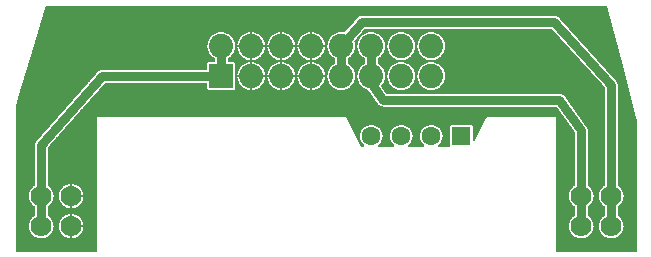
<source format=gbl>
%FSLAX33Y33*%
%MOMM*%
%AMRect-W1600000-H1600000-RO0.500*
21,1,1.6,1.6,0.,0.,270*%
%AMRect-W2049999-H2049999-RO1.500*
21,1,2.049999,2.049999,0.,0.,90*%
%ADD10C,0.0508*%
%ADD11C,0.762*%
%ADD12C,0.68834*%
%ADD13C,1.778*%
%ADD14C,1.6*%
%ADD15Rect-W1600000-H1600000-RO0.500*%
%ADD16C,2.049999*%
%ADD17Rect-W2049999-H2049999-RO1.500*%
D10*
%LNpour fill*%
G01*
X52908Y11403D02*
X52908Y11403D01*
X51565Y16775*
X50374Y21158*
X2965Y21158*
X0641Y13395*
X0432Y12663*
X0432Y0432*
X7188Y0432*
X7188Y11847*
X7203Y11862*
X28354Y11862*
X28366Y11854*
X29632Y9322*
X29848Y9322*
X29867Y9371*
X29729Y9493*
X29727Y9495*
X29592Y9692*
X29590Y9695*
X29505Y9918*
X29505Y9921*
X29476Y10158*
X29476Y10162*
X29505Y10399*
X29505Y10402*
X29590Y10625*
X29592Y10628*
X29727Y10825*
X29729Y10827*
X29908Y10986*
X29911Y10987*
X30122Y11098*
X30125Y11099*
X30357Y11157*
X30360Y11157*
X30600Y11157*
X30603Y11157*
X30835Y11099*
X30838Y11098*
X31049Y10987*
X31052Y10986*
X31231Y10827*
X31233Y10825*
X31368Y10628*
X31370Y10625*
X31455Y10402*
X31455Y10399*
X31484Y10162*
X31484Y10158*
X31455Y9921*
X31455Y9918*
X31370Y9695*
X31368Y9692*
X31233Y9495*
X31231Y9493*
X31093Y9371*
X31112Y9322*
X32388Y9322*
X32407Y9371*
X32269Y9493*
X32267Y9495*
X32132Y9692*
X32130Y9695*
X32045Y9918*
X32045Y9921*
X32016Y10158*
X32016Y10162*
X32045Y10399*
X32045Y10402*
X32130Y10625*
X32132Y10628*
X32267Y10825*
X32269Y10827*
X32448Y10986*
X32451Y10987*
X32662Y11098*
X32665Y11099*
X32897Y11157*
X32900Y11157*
X33140Y11157*
X33143Y11157*
X33375Y11099*
X33378Y11098*
X33589Y10987*
X33592Y10986*
X33771Y10827*
X33773Y10825*
X33908Y10628*
X33910Y10625*
X33995Y10402*
X33995Y10399*
X34024Y10162*
X34024Y10158*
X33995Y9921*
X33995Y9918*
X33910Y9695*
X33908Y9692*
X33773Y9495*
X33771Y9493*
X33633Y9371*
X33652Y9322*
X34928Y9322*
X34947Y9371*
X34809Y9493*
X34807Y9495*
X34672Y9692*
X34670Y9695*
X34585Y9918*
X34585Y9921*
X34556Y10158*
X34556Y10162*
X34585Y10399*
X34585Y10402*
X34670Y10625*
X34672Y10628*
X34807Y10825*
X34809Y10827*
X34988Y10986*
X34991Y10987*
X35202Y11098*
X35205Y11099*
X35437Y11157*
X35440Y11157*
X35680Y11157*
X35683Y11157*
X35915Y11099*
X35918Y11098*
X36129Y10987*
X36132Y10986*
X36311Y10827*
X36313Y10825*
X36448Y10628*
X36450Y10625*
X36535Y10402*
X36535Y10399*
X36564Y10162*
X36564Y10158*
X36535Y9921*
X36535Y9918*
X36450Y9695*
X36448Y9692*
X36313Y9495*
X36311Y9493*
X36173Y9371*
X36192Y9322*
X37096Y9322*
X37096Y10961*
X37096Y10962*
X37098Y10991*
X37098Y10993*
X37105Y11022*
X37106Y11024*
X37118Y11052*
X37119Y11054*
X37134Y11079*
X37135Y11081*
X37155Y11104*
X37156Y11105*
X37179Y11125*
X37181Y11126*
X37206Y11141*
X37208Y11142*
X37236Y11154*
X37238Y11155*
X37267Y11162*
X37269Y11162*
X37299Y11164*
X37300Y11164*
X38900Y11164*
X38901Y11164*
X38931Y11162*
X38933Y11162*
X38962Y11155*
X38964Y11154*
X38992Y11142*
X38994Y11141*
X39019Y11126*
X39021Y11125*
X39044Y11105*
X39045Y11104*
X39065Y11081*
X39066Y11079*
X39081Y11054*
X39082Y11052*
X39094Y11024*
X39095Y11022*
X39102Y10993*
X39102Y10991*
X39104Y10961*
X39104Y10960*
X39104Y9766*
X39163Y9752*
X40214Y11854*
X40226Y11862*
X46137Y11862*
X46152Y11847*
X46152Y0432*
X52908Y0432*
X52908Y11403*
X50933Y1455D02*
X50933Y1455D01*
X51186Y1517*
X51189Y1518*
X51420Y1639*
X51422Y1641*
X51617Y1814*
X51619Y1816*
X51767Y2031*
X51769Y2033*
X51861Y2277*
X51862Y2280*
X51893Y2538*
X51893Y2542*
X51862Y2800*
X51861Y2803*
X51769Y3047*
X51767Y3049*
X51619Y3264*
X51617Y3266*
X51422Y3439*
X51420Y3441*
X51385Y3459*
X51385Y4161*
X51420Y4179*
X51422Y4181*
X51617Y4354*
X51619Y4356*
X51767Y4571*
X51769Y4573*
X51861Y4817*
X51862Y4820*
X51893Y5078*
X51893Y5082*
X51862Y5340*
X51861Y5343*
X51769Y5587*
X51767Y5589*
X51619Y5804*
X51617Y5806*
X51422Y5979*
X51420Y5981*
X51385Y5999*
X51385Y14479*
X51385Y14480*
X51381Y14521*
X51379Y14562*
X51379Y14565*
X51376Y14578*
X51374Y14591*
X51374Y14593*
X51362Y14633*
X51352Y14673*
X51351Y14676*
X51345Y14688*
X51341Y14701*
X51340Y14703*
X51321Y14740*
X51303Y14777*
X51302Y14779*
X51294Y14790*
X51287Y14802*
X51286Y14804*
X51260Y14836*
X51235Y14869*
X51234Y14870*
X46408Y20205*
X46407Y20206*
X46397Y20215*
X46389Y20225*
X46387Y20227*
X46355Y20253*
X46324Y20281*
X46322Y20282*
X46311Y20289*
X46300Y20298*
X46298Y20299*
X46261Y20319*
X46226Y20340*
X46224Y20341*
X46211Y20346*
X46199Y20352*
X46197Y20353*
X46157Y20365*
X46118Y20379*
X46115Y20380*
X46102Y20382*
X46089Y20386*
X46087Y20386*
X46046Y20390*
X46004Y20396*
X46002Y20397*
X45989Y20396*
X45976Y20397*
X45975Y20397*
X29717Y20397*
X29716Y20397*
X29699Y20395*
X29680Y20396*
X29678Y20396*
X29642Y20390*
X29605Y20386*
X29603Y20386*
X29585Y20380*
X29567Y20377*
X29565Y20377*
X29530Y20364*
X29495Y20353*
X29493Y20352*
X29477Y20344*
X29460Y20337*
X29457Y20336*
X29426Y20317*
X29394Y20299*
X29392Y20298*
X29378Y20286*
X29362Y20277*
X29360Y20275*
X29333Y20250*
X29305Y20227*
X29303Y20225*
X29292Y20211*
X29279Y20199*
X29278Y20198*
X28211Y18979*
X27941Y19009*
X27939Y19009*
X27668Y18979*
X27665Y18978*
X27408Y18888*
X27405Y18887*
X27175Y18742*
X27172Y18740*
X26980Y18548*
X26978Y18545*
X26833Y18315*
X26832Y18312*
X26742Y18055*
X26741Y18052*
X26711Y17781*
X26711Y17779*
X26741Y17508*
X26742Y17505*
X26832Y17248*
X26833Y17245*
X26978Y17015*
X26980Y17012*
X27172Y16820*
X27175Y16818*
X27355Y16705*
X27355Y16315*
X27175Y16202*
X27172Y16200*
X26980Y16008*
X26978Y16005*
X26833Y15775*
X26832Y15772*
X26742Y15515*
X26741Y15512*
X26711Y15241*
X26711Y15239*
X26741Y14968*
X26742Y14965*
X26832Y14708*
X26833Y14705*
X26978Y14475*
X26980Y14472*
X27172Y14280*
X27175Y14278*
X27405Y14133*
X27408Y14132*
X27665Y14042*
X27668Y14041*
X27939Y14011*
X27941Y14011*
X28212Y14041*
X28215Y14042*
X28472Y14132*
X28475Y14133*
X28705Y14278*
X28708Y14280*
X28900Y14472*
X28902Y14475*
X29047Y14705*
X29048Y14708*
X29138Y14965*
X29139Y14968*
X29169Y15239*
X29169Y15241*
X29139Y15512*
X29138Y15515*
X29048Y15772*
X29047Y15775*
X28902Y16005*
X28900Y16008*
X28708Y16200*
X28705Y16202*
X28525Y16315*
X28525Y16705*
X28705Y16818*
X28708Y16820*
X28900Y17012*
X28902Y17015*
X29047Y17245*
X29048Y17248*
X29138Y17505*
X29139Y17508*
X29169Y17779*
X29169Y17781*
X29139Y18052*
X29138Y18055*
X29087Y18202*
X29984Y19227*
X45714Y19227*
X50215Y14253*
X50215Y5999*
X50180Y5981*
X50178Y5979*
X49983Y5806*
X49981Y5804*
X49833Y5589*
X49831Y5587*
X49739Y5343*
X49738Y5340*
X49707Y5082*
X49707Y5078*
X49738Y4820*
X49739Y4817*
X49831Y4573*
X49833Y4571*
X49981Y4356*
X49983Y4354*
X50178Y4181*
X50180Y4179*
X50215Y4161*
X50215Y3459*
X50180Y3441*
X50178Y3439*
X49983Y3266*
X49981Y3264*
X49833Y3049*
X49831Y3047*
X49739Y2803*
X49738Y2800*
X49707Y2542*
X49707Y2538*
X49738Y2280*
X49739Y2277*
X49831Y2033*
X49833Y2031*
X49981Y1816*
X49983Y1814*
X50178Y1641*
X50180Y1639*
X50411Y1518*
X50414Y1517*
X50667Y1455*
X50670Y1455*
X50930Y1455*
X50933Y1455*
X35832Y16581D02*
X35832Y16581D01*
X35835Y16582*
X36092Y16672*
X36095Y16673*
X36325Y16818*
X36328Y16820*
X36520Y17012*
X36522Y17015*
X36667Y17245*
X36668Y17248*
X36758Y17505*
X36759Y17508*
X36789Y17779*
X36789Y17781*
X36759Y18052*
X36758Y18055*
X36668Y18312*
X36667Y18315*
X36522Y18545*
X36520Y18548*
X36328Y18740*
X36325Y18742*
X36095Y18887*
X36092Y18888*
X35835Y18978*
X35832Y18979*
X35561Y19009*
X35559Y19009*
X35288Y18979*
X35285Y18978*
X35028Y18888*
X35025Y18887*
X34795Y18742*
X34792Y18740*
X34600Y18548*
X34598Y18545*
X34453Y18315*
X34452Y18312*
X34362Y18055*
X34361Y18052*
X34331Y17781*
X34331Y17779*
X34361Y17508*
X34362Y17505*
X34452Y17248*
X34453Y17245*
X34598Y17015*
X34600Y17012*
X34792Y16820*
X34795Y16818*
X35025Y16673*
X35028Y16672*
X35285Y16582*
X35288Y16581*
X35559Y16551*
X35561Y16551*
X35832Y16581*
X33292Y16581D02*
X33292Y16581D01*
X33295Y16582*
X33552Y16672*
X33555Y16673*
X33785Y16818*
X33788Y16820*
X33980Y17012*
X33982Y17015*
X34127Y17245*
X34128Y17248*
X34218Y17505*
X34219Y17508*
X34249Y17779*
X34249Y17781*
X34219Y18052*
X34218Y18055*
X34128Y18312*
X34127Y18315*
X33982Y18545*
X33980Y18548*
X33788Y18740*
X33785Y18742*
X33555Y18887*
X33552Y18888*
X33295Y18978*
X33292Y18979*
X33021Y19009*
X33019Y19009*
X32748Y18979*
X32745Y18978*
X32488Y18888*
X32485Y18887*
X32255Y18742*
X32252Y18740*
X32060Y18548*
X32058Y18545*
X31913Y18315*
X31912Y18312*
X31822Y18055*
X31821Y18052*
X31791Y17781*
X31791Y17779*
X31821Y17508*
X31822Y17505*
X31912Y17248*
X31913Y17245*
X32058Y17015*
X32060Y17012*
X32252Y16820*
X32255Y16818*
X32485Y16673*
X32488Y16672*
X32745Y16582*
X32748Y16581*
X33019Y16551*
X33021Y16551*
X33292Y16581*
X48393Y1455D02*
X48393Y1455D01*
X48646Y1517*
X48649Y1518*
X48880Y1639*
X48882Y1641*
X49077Y1814*
X49079Y1816*
X49227Y2031*
X49229Y2033*
X49321Y2277*
X49322Y2280*
X49353Y2538*
X49353Y2542*
X49322Y2800*
X49321Y2803*
X49229Y3047*
X49227Y3049*
X49079Y3264*
X49077Y3266*
X48882Y3439*
X48880Y3441*
X48845Y3459*
X48845Y4161*
X48880Y4179*
X48882Y4181*
X49077Y4354*
X49079Y4356*
X49227Y4571*
X49229Y4573*
X49321Y4817*
X49322Y4820*
X49353Y5078*
X49353Y5082*
X49322Y5340*
X49321Y5343*
X49229Y5587*
X49227Y5589*
X49079Y5804*
X49077Y5806*
X48882Y5979*
X48880Y5981*
X48845Y5999*
X48845Y10669*
X48845Y10670*
X48844Y10678*
X48845Y10687*
X48845Y10690*
X48839Y10735*
X48834Y10781*
X48834Y10783*
X48831Y10792*
X48830Y10801*
X48829Y10803*
X48814Y10847*
X48801Y10891*
X48800Y10893*
X48796Y10901*
X48793Y10910*
X48792Y10912*
X48769Y10952*
X48747Y10992*
X48746Y10994*
X48740Y11001*
X48736Y11008*
X48735Y11009*
X46906Y13550*
X46905Y13551*
X46875Y13585*
X46846Y13621*
X46844Y13623*
X46837Y13628*
X46831Y13635*
X46829Y13637*
X46793Y13665*
X46757Y13694*
X46755Y13695*
X46747Y13700*
X46740Y13705*
X46738Y13706*
X46697Y13727*
X46656Y13748*
X46654Y13749*
X46645Y13752*
X46637Y13756*
X46635Y13757*
X46591Y13768*
X46547Y13782*
X46544Y13782*
X46535Y13783*
X46526Y13785*
X46524Y13786*
X46478Y13789*
X46433Y13793*
X46432Y13793*
X31794Y13793*
X31359Y14391*
X31440Y14472*
X31442Y14475*
X31587Y14705*
X31588Y14708*
X31678Y14965*
X31679Y14968*
X31709Y15239*
X31709Y15241*
X31679Y15512*
X31678Y15515*
X31588Y15772*
X31587Y15775*
X31442Y16005*
X31440Y16008*
X31248Y16200*
X31245Y16202*
X31065Y16315*
X31065Y16705*
X31245Y16818*
X31248Y16820*
X31440Y17012*
X31442Y17015*
X31587Y17245*
X31588Y17248*
X31678Y17505*
X31679Y17508*
X31709Y17779*
X31709Y17781*
X31679Y18052*
X31678Y18055*
X31588Y18312*
X31587Y18315*
X31442Y18545*
X31440Y18548*
X31248Y18740*
X31245Y18742*
X31015Y18887*
X31012Y18888*
X30755Y18978*
X30752Y18979*
X30481Y19009*
X30479Y19009*
X30208Y18979*
X30205Y18978*
X29948Y18888*
X29945Y18887*
X29715Y18742*
X29712Y18740*
X29520Y18548*
X29518Y18545*
X29373Y18315*
X29372Y18312*
X29282Y18055*
X29281Y18052*
X29251Y17781*
X29251Y17779*
X29281Y17508*
X29282Y17505*
X29372Y17248*
X29373Y17245*
X29518Y17015*
X29520Y17012*
X29712Y16820*
X29715Y16818*
X29895Y16705*
X29895Y16315*
X29715Y16202*
X29712Y16200*
X29520Y16008*
X29518Y16005*
X29373Y15775*
X29372Y15772*
X29282Y15515*
X29281Y15512*
X29251Y15241*
X29251Y15239*
X29281Y14968*
X29282Y14965*
X29372Y14708*
X29373Y14705*
X29518Y14475*
X29520Y14472*
X29712Y14280*
X29715Y14278*
X29945Y14133*
X29948Y14132*
X30153Y14060*
X31023Y12863*
X31024Y12862*
X31053Y12830*
X31081Y12795*
X31083Y12793*
X31091Y12787*
X31098Y12779*
X31100Y12777*
X31135Y12750*
X31170Y12722*
X31172Y12721*
X31181Y12716*
X31189Y12710*
X31192Y12708*
X31232Y12689*
X31271Y12668*
X31273Y12667*
X31283Y12664*
X31293Y12659*
X31295Y12658*
X31338Y12647*
X31381Y12634*
X31383Y12634*
X31393Y12633*
X31403Y12630*
X31406Y12630*
X31450Y12627*
X31494Y12623*
X31495Y12623*
X46131Y12623*
X47675Y10479*
X47675Y5999*
X47640Y5981*
X47638Y5979*
X47443Y5806*
X47441Y5804*
X47293Y5589*
X47291Y5587*
X47199Y5343*
X47198Y5340*
X47167Y5082*
X47167Y5078*
X47198Y4820*
X47199Y4817*
X47291Y4573*
X47293Y4571*
X47441Y4356*
X47443Y4354*
X47638Y4181*
X47640Y4179*
X47675Y4161*
X47675Y3459*
X47640Y3441*
X47638Y3439*
X47443Y3266*
X47441Y3264*
X47293Y3049*
X47291Y3047*
X47199Y2803*
X47198Y2800*
X47167Y2542*
X47167Y2538*
X47198Y2280*
X47199Y2277*
X47291Y2033*
X47293Y2031*
X47441Y1816*
X47443Y1814*
X47638Y1641*
X47640Y1639*
X47871Y1518*
X47874Y1517*
X48127Y1455*
X48130Y1455*
X48390Y1455*
X48393Y1455*
X2673Y1455D02*
X2673Y1455D01*
X2926Y1517*
X2929Y1518*
X3160Y1639*
X3162Y1641*
X3357Y1814*
X3359Y1816*
X3507Y2031*
X3509Y2033*
X3601Y2277*
X3602Y2280*
X3633Y2538*
X3633Y2542*
X3602Y2800*
X3601Y2803*
X3509Y3047*
X3507Y3049*
X3359Y3264*
X3357Y3266*
X3162Y3439*
X3160Y3441*
X3125Y3459*
X3125Y4161*
X3160Y4179*
X3162Y4181*
X3357Y4354*
X3359Y4356*
X3507Y4571*
X3509Y4573*
X3601Y4817*
X3602Y4820*
X3633Y5078*
X3633Y5082*
X3602Y5340*
X3601Y5343*
X3509Y5587*
X3507Y5589*
X3359Y5804*
X3357Y5806*
X3162Y5979*
X3160Y5981*
X3125Y5999*
X3125Y9175*
X8009Y14655*
X16551Y14655*
X16551Y14214*
X16551Y14213*
X16553Y14184*
X16553Y14182*
X16560Y14153*
X16561Y14151*
X16573Y14123*
X16574Y14121*
X16589Y14096*
X16590Y14094*
X16610Y14071*
X16611Y14070*
X16634Y14050*
X16636Y14049*
X16661Y14034*
X16663Y14033*
X16691Y14021*
X16693Y14020*
X16722Y14013*
X16724Y14013*
X16753Y14011*
X16754Y14011*
X18806Y14011*
X18807Y14011*
X18836Y14013*
X18838Y14013*
X18867Y14020*
X18869Y14021*
X18897Y14033*
X18899Y14034*
X18924Y14049*
X18926Y14050*
X18949Y14070*
X18950Y14071*
X18970Y14094*
X18971Y14096*
X18986Y14121*
X18987Y14123*
X18999Y14151*
X19000Y14153*
X19007Y14182*
X19007Y14184*
X19009Y14214*
X19009Y14215*
X19009Y16265*
X19009Y16266*
X19007Y16296*
X19007Y16298*
X19000Y16327*
X18999Y16329*
X18987Y16357*
X18986Y16359*
X18971Y16384*
X18970Y16386*
X18950Y16409*
X18949Y16410*
X18926Y16430*
X18924Y16431*
X18899Y16446*
X18897Y16447*
X18869Y16459*
X18867Y16460*
X18838Y16467*
X18836Y16467*
X18806Y16469*
X18805Y16469*
X18365Y16469*
X18365Y16705*
X18545Y16818*
X18548Y16820*
X18740Y17012*
X18742Y17015*
X18887Y17245*
X18888Y17248*
X18978Y17505*
X18979Y17508*
X19009Y17779*
X19009Y17781*
X18979Y18052*
X18978Y18055*
X18888Y18312*
X18887Y18315*
X18742Y18545*
X18740Y18548*
X18548Y18740*
X18545Y18742*
X18315Y18887*
X18312Y18888*
X18055Y18978*
X18052Y18979*
X17781Y19009*
X17779Y19009*
X17508Y18979*
X17505Y18978*
X17248Y18888*
X17245Y18887*
X17015Y18742*
X17012Y18740*
X16820Y18548*
X16818Y18545*
X16673Y18315*
X16672Y18312*
X16582Y18055*
X16581Y18052*
X16551Y17781*
X16551Y17779*
X16581Y17508*
X16582Y17505*
X16672Y17248*
X16673Y17245*
X16818Y17015*
X16820Y17012*
X17012Y16820*
X17015Y16818*
X17195Y16705*
X17195Y16469*
X16755Y16469*
X16754Y16469*
X16724Y16467*
X16722Y16467*
X16693Y16460*
X16691Y16459*
X16663Y16447*
X16661Y16446*
X16636Y16431*
X16634Y16430*
X16611Y16410*
X16610Y16409*
X16590Y16386*
X16589Y16384*
X16574Y16359*
X16573Y16357*
X16561Y16329*
X16560Y16327*
X16553Y16298*
X16553Y16296*
X16551Y16267*
X16551Y16266*
X16551Y15825*
X7746Y15825*
X7745Y15825*
X7730Y15824*
X7715Y15824*
X7712Y15824*
X7673Y15818*
X7634Y15814*
X7632Y15814*
X7617Y15809*
X7601Y15807*
X7599Y15806*
X7562Y15793*
X7524Y15781*
X7522Y15780*
X7508Y15773*
X7494Y15767*
X7491Y15766*
X7458Y15746*
X7423Y15727*
X7421Y15726*
X7409Y15716*
X7395Y15708*
X7394Y15706*
X7365Y15680*
X7334Y15655*
X7332Y15653*
X7322Y15641*
X7311Y15631*
X7311Y15630*
X2103Y9787*
X2102Y9786*
X2079Y9755*
X2054Y9724*
X2053Y9722*
X2045Y9708*
X2036Y9696*
X2035Y9694*
X2018Y9658*
X2000Y9623*
X1999Y9621*
X1994Y9606*
X1988Y9592*
X1987Y9589*
X1978Y9551*
X1966Y9513*
X1966Y9511*
X1964Y9495*
X1961Y9480*
X1960Y9478*
X1959Y9438*
X1955Y9400*
X1955Y9399*
X1955Y5999*
X1920Y5981*
X1918Y5979*
X1723Y5806*
X1721Y5804*
X1573Y5589*
X1571Y5587*
X1479Y5343*
X1478Y5340*
X1447Y5082*
X1447Y5078*
X1478Y4820*
X1479Y4817*
X1571Y4573*
X1573Y4571*
X1721Y4356*
X1723Y4354*
X1918Y4181*
X1920Y4179*
X1955Y4161*
X1955Y3459*
X1920Y3441*
X1918Y3439*
X1723Y3266*
X1721Y3264*
X1573Y3049*
X1571Y3047*
X1479Y2803*
X1478Y2800*
X1447Y2542*
X1447Y2538*
X1478Y2280*
X1479Y2277*
X1571Y2033*
X1573Y2031*
X1721Y1816*
X1723Y1814*
X1918Y1641*
X1920Y1639*
X2151Y1518*
X2154Y1517*
X2407Y1455*
X2410Y1455*
X2670Y1455*
X2673Y1455*
X20256Y16575D02*
X20256Y16575D01*
X20256Y16782*
X20384Y16782*
X20384Y16575*
X20400Y16560*
X20592Y16581*
X20595Y16582*
X20852Y16672*
X20855Y16673*
X21085Y16818*
X21088Y16820*
X21280Y17012*
X21282Y17015*
X21427Y17245*
X21428Y17248*
X21518Y17505*
X21519Y17508*
X21540Y17700*
X21525Y17716*
X21326Y17716*
X21326Y17843*
X21525Y17843*
X21540Y17860*
X21519Y18052*
X21518Y18055*
X21428Y18312*
X21427Y18315*
X21282Y18545*
X21280Y18548*
X21088Y18740*
X21085Y18742*
X20855Y18887*
X20852Y18888*
X20595Y18978*
X20592Y18979*
X20400Y19000*
X20384Y18985*
X20384Y18778*
X20256Y18778*
X20256Y18985*
X20240Y19000*
X20048Y18979*
X20045Y18978*
X19788Y18888*
X19785Y18887*
X19555Y18742*
X19552Y18740*
X19360Y18548*
X19358Y18545*
X19213Y18315*
X19212Y18312*
X19122Y18055*
X19121Y18052*
X19100Y17860*
X19115Y17843*
X19314Y17843*
X19314Y17716*
X19115Y17716*
X19100Y17700*
X19121Y17508*
X19122Y17505*
X19212Y17248*
X19213Y17245*
X19358Y17015*
X19360Y17012*
X19552Y16820*
X19555Y16818*
X19785Y16673*
X19788Y16672*
X20045Y16582*
X20048Y16581*
X20240Y16560*
X20256Y16575*
X22797Y16575D02*
X22797Y16575D01*
X22797Y16782*
X22924Y16782*
X22924Y16575*
X22940Y16560*
X23132Y16581*
X23135Y16582*
X23392Y16672*
X23395Y16673*
X23625Y16818*
X23628Y16820*
X23820Y17012*
X23822Y17015*
X23967Y17245*
X23968Y17248*
X24058Y17505*
X24059Y17508*
X24080Y17700*
X24065Y17716*
X23866Y17716*
X23866Y17843*
X24065Y17843*
X24080Y17860*
X24059Y18052*
X24058Y18055*
X23968Y18312*
X23967Y18315*
X23822Y18545*
X23820Y18548*
X23628Y18740*
X23625Y18742*
X23395Y18887*
X23392Y18888*
X23135Y18978*
X23132Y18979*
X22940Y19000*
X22924Y18985*
X22924Y18778*
X22797Y18778*
X22797Y18985*
X22780Y19000*
X22588Y18979*
X22585Y18978*
X22328Y18888*
X22325Y18887*
X22095Y18742*
X22092Y18740*
X21900Y18548*
X21898Y18545*
X21753Y18315*
X21752Y18312*
X21662Y18055*
X21661Y18052*
X21640Y17860*
X21655Y17843*
X21854Y17843*
X21854Y17716*
X21655Y17716*
X21640Y17700*
X21661Y17508*
X21662Y17505*
X21752Y17248*
X21753Y17245*
X21898Y17015*
X21900Y17012*
X22092Y16820*
X22095Y16818*
X22325Y16673*
X22328Y16672*
X22585Y16582*
X22588Y16581*
X22780Y16560*
X22797Y16575*
X25337Y16575D02*
X25337Y16575D01*
X25337Y16782*
X25463Y16782*
X25463Y16575*
X25480Y16560*
X25672Y16581*
X25675Y16582*
X25932Y16672*
X25935Y16673*
X26165Y16818*
X26168Y16820*
X26360Y17012*
X26362Y17015*
X26507Y17245*
X26508Y17248*
X26598Y17505*
X26599Y17508*
X26620Y17700*
X26605Y17716*
X26406Y17716*
X26406Y17843*
X26605Y17843*
X26620Y17860*
X26599Y18052*
X26598Y18055*
X26508Y18312*
X26507Y18315*
X26362Y18545*
X26360Y18548*
X26168Y18740*
X26165Y18742*
X25935Y18887*
X25932Y18888*
X25675Y18978*
X25672Y18979*
X25480Y19000*
X25463Y18985*
X25463Y18778*
X25337Y18778*
X25337Y18985*
X25320Y19000*
X25128Y18979*
X25125Y18978*
X24868Y18888*
X24865Y18887*
X24635Y18742*
X24632Y18740*
X24440Y18548*
X24438Y18545*
X24293Y18315*
X24292Y18312*
X24202Y18055*
X24201Y18052*
X24180Y17860*
X24195Y17843*
X24394Y17843*
X24394Y17716*
X24195Y17716*
X24180Y17700*
X24201Y17508*
X24202Y17505*
X24292Y17248*
X24293Y17245*
X24438Y17015*
X24440Y17012*
X24632Y16820*
X24635Y16818*
X24865Y16673*
X24868Y16672*
X25125Y16582*
X25128Y16581*
X25320Y16560*
X25337Y16575*
X35832Y14041D02*
X35832Y14041D01*
X35835Y14042*
X36092Y14132*
X36095Y14133*
X36325Y14278*
X36328Y14280*
X36520Y14472*
X36522Y14475*
X36667Y14705*
X36668Y14708*
X36758Y14965*
X36759Y14968*
X36789Y15239*
X36789Y15241*
X36759Y15512*
X36758Y15515*
X36668Y15772*
X36667Y15775*
X36522Y16005*
X36520Y16008*
X36328Y16200*
X36325Y16202*
X36095Y16347*
X36092Y16348*
X35835Y16438*
X35832Y16439*
X35561Y16469*
X35559Y16469*
X35288Y16439*
X35285Y16438*
X35028Y16348*
X35025Y16347*
X34795Y16202*
X34792Y16200*
X34600Y16008*
X34598Y16005*
X34453Y15775*
X34452Y15772*
X34362Y15515*
X34361Y15512*
X34331Y15241*
X34331Y15239*
X34361Y14968*
X34362Y14965*
X34452Y14708*
X34453Y14705*
X34598Y14475*
X34600Y14472*
X34792Y14280*
X34795Y14278*
X35025Y14133*
X35028Y14132*
X35285Y14042*
X35288Y14041*
X35559Y14011*
X35561Y14011*
X35832Y14041*
X33292Y14041D02*
X33292Y14041D01*
X33295Y14042*
X33552Y14132*
X33555Y14133*
X33785Y14278*
X33788Y14280*
X33980Y14472*
X33982Y14475*
X34127Y14705*
X34128Y14708*
X34218Y14965*
X34219Y14968*
X34249Y15239*
X34249Y15241*
X34219Y15512*
X34218Y15515*
X34128Y15772*
X34127Y15775*
X33982Y16005*
X33980Y16008*
X33788Y16200*
X33785Y16202*
X33555Y16347*
X33552Y16348*
X33295Y16438*
X33292Y16439*
X33021Y16469*
X33019Y16469*
X32748Y16439*
X32745Y16438*
X32488Y16348*
X32485Y16347*
X32255Y16202*
X32252Y16200*
X32060Y16008*
X32058Y16005*
X31913Y15775*
X31912Y15772*
X31822Y15515*
X31821Y15512*
X31791Y15241*
X31791Y15239*
X31821Y14968*
X31822Y14965*
X31912Y14708*
X31913Y14705*
X32058Y14475*
X32060Y14472*
X32252Y14280*
X32255Y14278*
X32485Y14133*
X32488Y14132*
X32745Y14042*
X32748Y14041*
X33019Y14011*
X33021Y14011*
X33292Y14041*
X20256Y14035D02*
X20256Y14035D01*
X20256Y14242*
X20384Y14242*
X20384Y14035*
X20400Y14020*
X20592Y14041*
X20595Y14042*
X20852Y14132*
X20855Y14133*
X21085Y14278*
X21088Y14280*
X21280Y14472*
X21282Y14475*
X21427Y14705*
X21428Y14708*
X21518Y14965*
X21519Y14968*
X21540Y15160*
X21525Y15177*
X21326Y15177*
X21326Y15303*
X21525Y15303*
X21540Y15320*
X21519Y15512*
X21518Y15515*
X21428Y15772*
X21427Y15775*
X21282Y16005*
X21280Y16008*
X21088Y16200*
X21085Y16202*
X20855Y16347*
X20852Y16348*
X20595Y16438*
X20592Y16439*
X20400Y16460*
X20384Y16445*
X20384Y16238*
X20256Y16238*
X20256Y16445*
X20240Y16460*
X20048Y16439*
X20045Y16438*
X19788Y16348*
X19785Y16347*
X19555Y16202*
X19552Y16200*
X19360Y16008*
X19358Y16005*
X19213Y15775*
X19212Y15772*
X19122Y15515*
X19121Y15512*
X19100Y15320*
X19115Y15303*
X19314Y15303*
X19314Y15177*
X19115Y15177*
X19100Y15160*
X19121Y14968*
X19122Y14965*
X19212Y14708*
X19213Y14705*
X19358Y14475*
X19360Y14472*
X19552Y14280*
X19555Y14278*
X19785Y14133*
X19788Y14132*
X20045Y14042*
X20048Y14041*
X20240Y14020*
X20256Y14035*
X22797Y14035D02*
X22797Y14035D01*
X22797Y14242*
X22924Y14242*
X22924Y14035*
X22940Y14020*
X23132Y14041*
X23135Y14042*
X23392Y14132*
X23395Y14133*
X23625Y14278*
X23628Y14280*
X23820Y14472*
X23822Y14475*
X23967Y14705*
X23968Y14708*
X24058Y14965*
X24059Y14968*
X24080Y15160*
X24065Y15177*
X23866Y15177*
X23866Y15303*
X24065Y15303*
X24080Y15320*
X24059Y15512*
X24058Y15515*
X23968Y15772*
X23967Y15775*
X23822Y16005*
X23820Y16008*
X23628Y16200*
X23625Y16202*
X23395Y16347*
X23392Y16348*
X23135Y16438*
X23132Y16439*
X22940Y16460*
X22924Y16445*
X22924Y16238*
X22797Y16238*
X22797Y16445*
X22780Y16460*
X22588Y16439*
X22585Y16438*
X22328Y16348*
X22325Y16347*
X22095Y16202*
X22092Y16200*
X21900Y16008*
X21898Y16005*
X21753Y15775*
X21752Y15772*
X21662Y15515*
X21661Y15512*
X21640Y15320*
X21655Y15303*
X21854Y15303*
X21854Y15177*
X21655Y15177*
X21640Y15160*
X21661Y14968*
X21662Y14965*
X21752Y14708*
X21753Y14705*
X21898Y14475*
X21900Y14472*
X22092Y14280*
X22095Y14278*
X22325Y14133*
X22328Y14132*
X22585Y14042*
X22588Y14041*
X22780Y14020*
X22797Y14035*
X25337Y14035D02*
X25337Y14035D01*
X25337Y14242*
X25463Y14242*
X25463Y14035*
X25480Y14020*
X25672Y14041*
X25675Y14042*
X25932Y14132*
X25935Y14133*
X26165Y14278*
X26168Y14280*
X26360Y14472*
X26362Y14475*
X26507Y14705*
X26508Y14708*
X26598Y14965*
X26599Y14968*
X26620Y15160*
X26605Y15177*
X26406Y15177*
X26406Y15303*
X26605Y15303*
X26620Y15320*
X26599Y15512*
X26598Y15515*
X26508Y15772*
X26507Y15775*
X26362Y16005*
X26360Y16008*
X26168Y16200*
X26165Y16202*
X25935Y16347*
X25932Y16348*
X25675Y16438*
X25672Y16439*
X25480Y16460*
X25463Y16445*
X25463Y16238*
X25337Y16238*
X25337Y16445*
X25320Y16460*
X25128Y16439*
X25125Y16438*
X24868Y16348*
X24865Y16347*
X24635Y16202*
X24632Y16200*
X24440Y16008*
X24438Y16005*
X24293Y15775*
X24292Y15772*
X24202Y15515*
X24201Y15512*
X24180Y15320*
X24195Y15303*
X24394Y15303*
X24394Y15177*
X24195Y15177*
X24180Y15160*
X24201Y14968*
X24202Y14965*
X24292Y14708*
X24293Y14705*
X24438Y14475*
X24440Y14472*
X24632Y14280*
X24635Y14278*
X24865Y14133*
X24868Y14132*
X25125Y14042*
X25128Y14041*
X25320Y14020*
X25337Y14035*
X5016Y4009D02*
X5016Y4009D01*
X5016Y4217*
X5144Y4217*
X5144Y4009*
X5158Y3995*
X5210Y3995*
X5213Y3995*
X5466Y4057*
X5469Y4058*
X5700Y4179*
X5702Y4181*
X5897Y4354*
X5899Y4356*
X6047Y4571*
X6049Y4573*
X6141Y4817*
X6142Y4820*
X6164Y4999*
X6148Y5016*
X5950Y5016*
X5950Y5144*
X6148Y5144*
X6164Y5161*
X6142Y5340*
X6141Y5343*
X6049Y5587*
X6047Y5589*
X5899Y5804*
X5897Y5806*
X5702Y5979*
X5700Y5981*
X5469Y6102*
X5466Y6103*
X5213Y6165*
X5210Y6165*
X5158Y6165*
X5144Y6151*
X5144Y5943*
X5016Y5943*
X5016Y6151*
X5002Y6165*
X4950Y6165*
X4947Y6165*
X4694Y6103*
X4691Y6102*
X4460Y5981*
X4458Y5979*
X4263Y5806*
X4261Y5804*
X4113Y5589*
X4111Y5587*
X4019Y5343*
X4018Y5340*
X3987Y5082*
X3987Y5078*
X4018Y4820*
X4019Y4817*
X4111Y4573*
X4113Y4571*
X4261Y4356*
X4263Y4354*
X4458Y4181*
X4460Y4179*
X4691Y4058*
X4694Y4057*
X4947Y3995*
X4950Y3995*
X5002Y3995*
X5016Y4009*
X5016Y1469D02*
X5016Y1469D01*
X5016Y1677*
X5144Y1677*
X5144Y1469*
X5158Y1455*
X5210Y1455*
X5213Y1455*
X5466Y1517*
X5469Y1518*
X5700Y1639*
X5702Y1641*
X5897Y1814*
X5899Y1816*
X6047Y2031*
X6049Y2033*
X6141Y2277*
X6142Y2280*
X6164Y2459*
X6148Y2477*
X5950Y2477*
X5950Y2603*
X6148Y2603*
X6164Y2621*
X6142Y2800*
X6141Y2803*
X6049Y3047*
X6047Y3049*
X5899Y3264*
X5897Y3266*
X5702Y3439*
X5700Y3441*
X5469Y3562*
X5466Y3563*
X5213Y3625*
X5210Y3625*
X5158Y3625*
X5144Y3611*
X5144Y3403*
X5016Y3403*
X5016Y3611*
X5002Y3625*
X4950Y3625*
X4947Y3625*
X4694Y3563*
X4691Y3562*
X4460Y3441*
X4458Y3439*
X4263Y3266*
X4261Y3264*
X4113Y3049*
X4111Y3047*
X4019Y2803*
X4018Y2800*
X3987Y2542*
X3987Y2538*
X4018Y2280*
X4019Y2277*
X4111Y2033*
X4113Y2031*
X4261Y1816*
X4263Y1814*
X4458Y1641*
X4460Y1639*
X4691Y1518*
X4694Y1517*
X4947Y1455*
X4950Y1455*
X5002Y1455*
X5016Y1469*
X0432Y0456D02*
X7188Y0456D01*
X46152Y0456D02*
X52908Y0456D01*
X0432Y0505D02*
X7188Y0505D01*
X46152Y0505D02*
X52908Y0505D01*
X0432Y0555D02*
X7188Y0555D01*
X46152Y0555D02*
X52908Y0555D01*
X0432Y0605D02*
X7188Y0605D01*
X46152Y0605D02*
X52908Y0605D01*
X0432Y0654D02*
X7188Y0654D01*
X46152Y0654D02*
X52908Y0654D01*
X0432Y0704D02*
X7188Y0704D01*
X46152Y0704D02*
X52908Y0704D01*
X0432Y0753D02*
X7188Y0753D01*
X46152Y0753D02*
X52908Y0753D01*
X0432Y0803D02*
X7188Y0803D01*
X46152Y0803D02*
X52908Y0803D01*
X0432Y0852D02*
X7188Y0852D01*
X46152Y0852D02*
X52908Y0852D01*
X0432Y0902D02*
X7188Y0902D01*
X46152Y0902D02*
X52908Y0902D01*
X0432Y0951D02*
X7188Y0951D01*
X46152Y0951D02*
X52908Y0951D01*
X0432Y1001D02*
X7188Y1001D01*
X46152Y1001D02*
X52908Y1001D01*
X0432Y1050D02*
X7188Y1050D01*
X46152Y1050D02*
X52908Y1050D01*
X0432Y1100D02*
X7188Y1100D01*
X46152Y1100D02*
X52908Y1100D01*
X0432Y1149D02*
X7188Y1149D01*
X46152Y1149D02*
X52908Y1149D01*
X0432Y1199D02*
X7188Y1199D01*
X46152Y1199D02*
X52908Y1199D01*
X0432Y1248D02*
X7188Y1248D01*
X46152Y1248D02*
X52908Y1248D01*
X0432Y1298D02*
X7188Y1298D01*
X46152Y1298D02*
X52908Y1298D01*
X0432Y1347D02*
X7188Y1347D01*
X46152Y1347D02*
X52908Y1347D01*
X0432Y1397D02*
X7188Y1397D01*
X46152Y1397D02*
X52908Y1397D01*
X0432Y1447D02*
X7188Y1447D01*
X46152Y1447D02*
X52908Y1447D01*
X0432Y1496D02*
X2240Y1496D01*
X2840Y1496D02*
X4780Y1496D01*
X5016Y1496D02*
X5144Y1496D01*
X5380Y1496D02*
X7188Y1496D01*
X46152Y1496D02*
X47960Y1496D01*
X48560Y1496D02*
X50500Y1496D01*
X51100Y1496D02*
X52908Y1496D01*
X0432Y1546D02*
X2099Y1546D01*
X2981Y1546D02*
X4639Y1546D01*
X5016Y1546D02*
X5144Y1546D01*
X5521Y1546D02*
X7188Y1546D01*
X46152Y1546D02*
X47819Y1546D01*
X48701Y1546D02*
X50359Y1546D01*
X51241Y1546D02*
X52908Y1546D01*
X0432Y1595D02*
X2005Y1595D01*
X3075Y1595D02*
X4545Y1595D01*
X5016Y1595D02*
X5144Y1595D01*
X5615Y1595D02*
X7188Y1595D01*
X46152Y1595D02*
X47725Y1595D01*
X48795Y1595D02*
X50265Y1595D01*
X51335Y1595D02*
X52908Y1595D01*
X0432Y1645D02*
X1914Y1645D01*
X3166Y1645D02*
X4454Y1645D01*
X5016Y1645D02*
X5144Y1645D01*
X5706Y1645D02*
X7188Y1645D01*
X46152Y1645D02*
X47634Y1645D01*
X48886Y1645D02*
X50174Y1645D01*
X51426Y1645D02*
X52908Y1645D01*
X0432Y1694D02*
X1858Y1694D01*
X3222Y1694D02*
X4398Y1694D01*
X5762Y1694D02*
X7188Y1694D01*
X46152Y1694D02*
X47578Y1694D01*
X48942Y1694D02*
X50118Y1694D01*
X51482Y1694D02*
X52908Y1694D01*
X0432Y1744D02*
X1802Y1744D01*
X3278Y1744D02*
X4342Y1744D01*
X5818Y1744D02*
X7188Y1744D01*
X46152Y1744D02*
X47522Y1744D01*
X48998Y1744D02*
X50062Y1744D01*
X51538Y1744D02*
X52908Y1744D01*
X0432Y1793D02*
X1746Y1793D01*
X3334Y1793D02*
X4286Y1793D01*
X5874Y1793D02*
X7188Y1793D01*
X46152Y1793D02*
X47466Y1793D01*
X49054Y1793D02*
X50006Y1793D01*
X51594Y1793D02*
X52908Y1793D01*
X0432Y1843D02*
X1702Y1843D01*
X3378Y1843D02*
X4242Y1843D01*
X5918Y1843D02*
X7188Y1843D01*
X46152Y1843D02*
X47422Y1843D01*
X49098Y1843D02*
X49962Y1843D01*
X51638Y1843D02*
X52908Y1843D01*
X0432Y1892D02*
X1668Y1892D01*
X3412Y1892D02*
X4208Y1892D01*
X5952Y1892D02*
X7188Y1892D01*
X46152Y1892D02*
X47388Y1892D01*
X49132Y1892D02*
X49928Y1892D01*
X51672Y1892D02*
X52908Y1892D01*
X0432Y1942D02*
X1634Y1942D01*
X3446Y1942D02*
X4174Y1942D01*
X5986Y1942D02*
X7188Y1942D01*
X46152Y1942D02*
X47354Y1942D01*
X49166Y1942D02*
X49894Y1942D01*
X51706Y1942D02*
X52908Y1942D01*
X0432Y1991D02*
X1600Y1991D01*
X3480Y1991D02*
X4140Y1991D01*
X6020Y1991D02*
X7188Y1991D01*
X46152Y1991D02*
X47320Y1991D01*
X49200Y1991D02*
X49860Y1991D01*
X51740Y1991D02*
X52908Y1991D01*
X0432Y2041D02*
X1568Y2041D01*
X3512Y2041D02*
X4108Y2041D01*
X6052Y2041D02*
X7188Y2041D01*
X46152Y2041D02*
X47288Y2041D01*
X49232Y2041D02*
X49828Y2041D01*
X51772Y2041D02*
X52908Y2041D01*
X0432Y2090D02*
X1550Y2090D01*
X3530Y2090D02*
X4090Y2090D01*
X6070Y2090D02*
X7188Y2090D01*
X46152Y2090D02*
X47270Y2090D01*
X49250Y2090D02*
X49810Y2090D01*
X51790Y2090D02*
X52908Y2090D01*
X0432Y2140D02*
X1531Y2140D01*
X3549Y2140D02*
X4071Y2140D01*
X6089Y2140D02*
X7188Y2140D01*
X46152Y2140D02*
X47251Y2140D01*
X49269Y2140D02*
X49791Y2140D01*
X51809Y2140D02*
X52908Y2140D01*
X0432Y2189D02*
X1512Y2189D01*
X3568Y2189D02*
X4052Y2189D01*
X6108Y2189D02*
X7188Y2189D01*
X46152Y2189D02*
X47232Y2189D01*
X49288Y2189D02*
X49772Y2189D01*
X51828Y2189D02*
X52908Y2189D01*
X0432Y2239D02*
X1493Y2239D01*
X3587Y2239D02*
X4033Y2239D01*
X6127Y2239D02*
X7188Y2239D01*
X46152Y2239D02*
X47213Y2239D01*
X49307Y2239D02*
X49753Y2239D01*
X51847Y2239D02*
X52908Y2239D01*
X0432Y2289D02*
X1477Y2289D01*
X3603Y2289D02*
X4017Y2289D01*
X6143Y2289D02*
X7188Y2289D01*
X46152Y2289D02*
X47197Y2289D01*
X49323Y2289D02*
X49737Y2289D01*
X51863Y2289D02*
X52908Y2289D01*
X0432Y2338D02*
X1471Y2338D01*
X3609Y2338D02*
X4011Y2338D01*
X6149Y2338D02*
X7188Y2338D01*
X46152Y2338D02*
X47191Y2338D01*
X49329Y2338D02*
X49731Y2338D01*
X51869Y2338D02*
X52908Y2338D01*
X0432Y2388D02*
X1465Y2388D01*
X3615Y2388D02*
X4005Y2388D01*
X6155Y2388D02*
X7188Y2388D01*
X46152Y2388D02*
X47185Y2388D01*
X49335Y2388D02*
X49725Y2388D01*
X51875Y2388D02*
X52908Y2388D01*
X0432Y2437D02*
X1459Y2437D01*
X3621Y2437D02*
X3999Y2437D01*
X6161Y2437D02*
X7188Y2437D01*
X46152Y2437D02*
X47179Y2437D01*
X49341Y2437D02*
X49719Y2437D01*
X51881Y2437D02*
X52908Y2437D01*
X0432Y2487D02*
X1453Y2487D01*
X3627Y2487D02*
X3993Y2487D01*
X5950Y2487D02*
X7188Y2487D01*
X46152Y2487D02*
X47173Y2487D01*
X49347Y2487D02*
X49713Y2487D01*
X51887Y2487D02*
X52908Y2487D01*
X0432Y2536D02*
X1447Y2536D01*
X3633Y2536D02*
X3987Y2536D01*
X5950Y2536D02*
X7188Y2536D01*
X46152Y2536D02*
X47167Y2536D01*
X49353Y2536D02*
X49707Y2536D01*
X51893Y2536D02*
X52908Y2536D01*
X0432Y2586D02*
X1452Y2586D01*
X3628Y2586D02*
X3992Y2586D01*
X5950Y2586D02*
X7188Y2586D01*
X46152Y2586D02*
X47172Y2586D01*
X49348Y2586D02*
X49712Y2586D01*
X51888Y2586D02*
X52908Y2586D01*
X0432Y2635D02*
X1458Y2635D01*
X3622Y2635D02*
X3998Y2635D01*
X6162Y2635D02*
X7188Y2635D01*
X46152Y2635D02*
X47178Y2635D01*
X49342Y2635D02*
X49718Y2635D01*
X51882Y2635D02*
X52908Y2635D01*
X0432Y2685D02*
X1464Y2685D01*
X3616Y2685D02*
X4004Y2685D01*
X6156Y2685D02*
X7188Y2685D01*
X46152Y2685D02*
X47184Y2685D01*
X49336Y2685D02*
X49724Y2685D01*
X51876Y2685D02*
X52908Y2685D01*
X0432Y2734D02*
X1470Y2734D01*
X3610Y2734D02*
X4010Y2734D01*
X6150Y2734D02*
X7188Y2734D01*
X46152Y2734D02*
X47190Y2734D01*
X49330Y2734D02*
X49730Y2734D01*
X51870Y2734D02*
X52908Y2734D01*
X0432Y2784D02*
X1476Y2784D01*
X3604Y2784D02*
X4016Y2784D01*
X6144Y2784D02*
X7188Y2784D01*
X46152Y2784D02*
X47196Y2784D01*
X49324Y2784D02*
X49736Y2784D01*
X51864Y2784D02*
X52908Y2784D01*
X0432Y2833D02*
X1490Y2833D01*
X3590Y2833D02*
X4030Y2833D01*
X6130Y2833D02*
X7188Y2833D01*
X46152Y2833D02*
X47210Y2833D01*
X49310Y2833D02*
X49750Y2833D01*
X51850Y2833D02*
X52908Y2833D01*
X0432Y2883D02*
X1509Y2883D01*
X3571Y2883D02*
X4049Y2883D01*
X6111Y2883D02*
X7188Y2883D01*
X46152Y2883D02*
X47229Y2883D01*
X49291Y2883D02*
X49769Y2883D01*
X51831Y2883D02*
X52908Y2883D01*
X0432Y2932D02*
X1528Y2932D01*
X3552Y2932D02*
X4068Y2932D01*
X6092Y2932D02*
X7188Y2932D01*
X46152Y2932D02*
X47248Y2932D01*
X49272Y2932D02*
X49788Y2932D01*
X51812Y2932D02*
X52908Y2932D01*
X0432Y2982D02*
X1547Y2982D01*
X3533Y2982D02*
X4087Y2982D01*
X6073Y2982D02*
X7188Y2982D01*
X46152Y2982D02*
X47267Y2982D01*
X49253Y2982D02*
X49807Y2982D01*
X51793Y2982D02*
X52908Y2982D01*
X0432Y3031D02*
X1566Y3031D01*
X3514Y3031D02*
X4106Y3031D01*
X6054Y3031D02*
X7188Y3031D01*
X46152Y3031D02*
X47286Y3031D01*
X49234Y3031D02*
X49826Y3031D01*
X51774Y3031D02*
X52908Y3031D01*
X0432Y3081D02*
X1595Y3081D01*
X3485Y3081D02*
X4135Y3081D01*
X6025Y3081D02*
X7188Y3081D01*
X46152Y3081D02*
X47315Y3081D01*
X49205Y3081D02*
X49855Y3081D01*
X51745Y3081D02*
X52908Y3081D01*
X0432Y3131D02*
X1629Y3131D01*
X3451Y3131D02*
X4169Y3131D01*
X5991Y3131D02*
X7188Y3131D01*
X46152Y3131D02*
X47349Y3131D01*
X49171Y3131D02*
X49889Y3131D01*
X51711Y3131D02*
X52908Y3131D01*
X0432Y3180D02*
X1663Y3180D01*
X3417Y3180D02*
X4203Y3180D01*
X5957Y3180D02*
X7188Y3180D01*
X46152Y3180D02*
X47383Y3180D01*
X49137Y3180D02*
X49923Y3180D01*
X51677Y3180D02*
X52908Y3180D01*
X0432Y3230D02*
X1697Y3230D01*
X3383Y3230D02*
X4237Y3230D01*
X5923Y3230D02*
X7188Y3230D01*
X46152Y3230D02*
X47417Y3230D01*
X49103Y3230D02*
X49957Y3230D01*
X51643Y3230D02*
X52908Y3230D01*
X0432Y3279D02*
X1737Y3279D01*
X3343Y3279D02*
X4277Y3279D01*
X5883Y3279D02*
X7188Y3279D01*
X46152Y3279D02*
X47457Y3279D01*
X49063Y3279D02*
X49997Y3279D01*
X51603Y3279D02*
X52908Y3279D01*
X0432Y3329D02*
X1793Y3329D01*
X3287Y3329D02*
X4333Y3329D01*
X5827Y3329D02*
X7188Y3329D01*
X46152Y3329D02*
X47513Y3329D01*
X49007Y3329D02*
X50053Y3329D01*
X51547Y3329D02*
X52908Y3329D01*
X0432Y3378D02*
X1849Y3378D01*
X3231Y3378D02*
X4389Y3378D01*
X5771Y3378D02*
X7188Y3378D01*
X46152Y3378D02*
X47569Y3378D01*
X48951Y3378D02*
X50109Y3378D01*
X51491Y3378D02*
X52908Y3378D01*
X0432Y3428D02*
X1905Y3428D01*
X3175Y3428D02*
X4445Y3428D01*
X5016Y3428D02*
X5144Y3428D01*
X5715Y3428D02*
X7188Y3428D01*
X46152Y3428D02*
X47625Y3428D01*
X48895Y3428D02*
X50165Y3428D01*
X51435Y3428D02*
X52908Y3428D01*
X0432Y3477D02*
X1955Y3477D01*
X3125Y3477D02*
X4530Y3477D01*
X5016Y3477D02*
X5144Y3477D01*
X5630Y3477D02*
X7188Y3477D01*
X46152Y3477D02*
X47675Y3477D01*
X48845Y3477D02*
X50215Y3477D01*
X51385Y3477D02*
X52908Y3477D01*
X0432Y3527D02*
X1955Y3527D01*
X3125Y3527D02*
X4625Y3527D01*
X5016Y3527D02*
X5144Y3527D01*
X5535Y3527D02*
X7188Y3527D01*
X46152Y3527D02*
X47675Y3527D01*
X48845Y3527D02*
X50215Y3527D01*
X51385Y3527D02*
X52908Y3527D01*
X0432Y3576D02*
X1955Y3576D01*
X3125Y3576D02*
X4749Y3576D01*
X5016Y3576D02*
X5144Y3576D01*
X5411Y3576D02*
X7188Y3576D01*
X46152Y3576D02*
X47675Y3576D01*
X48845Y3576D02*
X50215Y3576D01*
X51385Y3576D02*
X52908Y3576D01*
X0432Y3626D02*
X1955Y3626D01*
X3125Y3626D02*
X7188Y3626D01*
X46152Y3626D02*
X47675Y3626D01*
X48845Y3626D02*
X50215Y3626D01*
X51385Y3626D02*
X52908Y3626D01*
X0432Y3675D02*
X1955Y3675D01*
X3125Y3675D02*
X7188Y3675D01*
X46152Y3675D02*
X47675Y3675D01*
X48845Y3675D02*
X50215Y3675D01*
X51385Y3675D02*
X52908Y3675D01*
X0432Y3725D02*
X1955Y3725D01*
X3125Y3725D02*
X7188Y3725D01*
X46152Y3725D02*
X47675Y3725D01*
X48845Y3725D02*
X50215Y3725D01*
X51385Y3725D02*
X52908Y3725D01*
X0432Y3774D02*
X1955Y3774D01*
X3125Y3774D02*
X7188Y3774D01*
X46152Y3774D02*
X47675Y3774D01*
X48845Y3774D02*
X50215Y3774D01*
X51385Y3774D02*
X52908Y3774D01*
X0432Y3824D02*
X1955Y3824D01*
X3125Y3824D02*
X7188Y3824D01*
X46152Y3824D02*
X47675Y3824D01*
X48845Y3824D02*
X50215Y3824D01*
X51385Y3824D02*
X52908Y3824D01*
X0432Y3873D02*
X1955Y3873D01*
X3125Y3873D02*
X7188Y3873D01*
X46152Y3873D02*
X47675Y3873D01*
X48845Y3873D02*
X50215Y3873D01*
X51385Y3873D02*
X52908Y3873D01*
X0432Y3923D02*
X1955Y3923D01*
X3125Y3923D02*
X7188Y3923D01*
X46152Y3923D02*
X47675Y3923D01*
X48845Y3923D02*
X50215Y3923D01*
X51385Y3923D02*
X52908Y3923D01*
X0432Y3973D02*
X1955Y3973D01*
X3125Y3973D02*
X7188Y3973D01*
X46152Y3973D02*
X47675Y3973D01*
X48845Y3973D02*
X50215Y3973D01*
X51385Y3973D02*
X52908Y3973D01*
X0432Y4022D02*
X1955Y4022D01*
X3125Y4022D02*
X4837Y4022D01*
X5016Y4022D02*
X5144Y4022D01*
X5323Y4022D02*
X7188Y4022D01*
X46152Y4022D02*
X47675Y4022D01*
X48845Y4022D02*
X50215Y4022D01*
X51385Y4022D02*
X52908Y4022D01*
X0432Y4072D02*
X1955Y4072D01*
X3125Y4072D02*
X4666Y4072D01*
X5016Y4072D02*
X5144Y4072D01*
X5494Y4072D02*
X7188Y4072D01*
X46152Y4072D02*
X47675Y4072D01*
X48845Y4072D02*
X50215Y4072D01*
X51385Y4072D02*
X52908Y4072D01*
X0432Y4121D02*
X1955Y4121D01*
X3125Y4121D02*
X4571Y4121D01*
X5016Y4121D02*
X5144Y4121D01*
X5589Y4121D02*
X7188Y4121D01*
X46152Y4121D02*
X47675Y4121D01*
X48845Y4121D02*
X50215Y4121D01*
X51385Y4121D02*
X52908Y4121D01*
X0432Y4171D02*
X1937Y4171D01*
X3143Y4171D02*
X4477Y4171D01*
X5016Y4171D02*
X5144Y4171D01*
X5683Y4171D02*
X7188Y4171D01*
X46152Y4171D02*
X47657Y4171D01*
X48863Y4171D02*
X50197Y4171D01*
X51403Y4171D02*
X52908Y4171D01*
X0432Y4220D02*
X1874Y4220D01*
X3206Y4220D02*
X4414Y4220D01*
X5746Y4220D02*
X7188Y4220D01*
X46152Y4220D02*
X47594Y4220D01*
X48926Y4220D02*
X50134Y4220D01*
X51466Y4220D02*
X52908Y4220D01*
X0432Y4270D02*
X1818Y4270D01*
X3262Y4270D02*
X4358Y4270D01*
X5802Y4270D02*
X7188Y4270D01*
X46152Y4270D02*
X47538Y4270D01*
X48982Y4270D02*
X50078Y4270D01*
X51522Y4270D02*
X52908Y4270D01*
X0432Y4319D02*
X1762Y4319D01*
X3318Y4319D02*
X4302Y4319D01*
X5858Y4319D02*
X7188Y4319D01*
X46152Y4319D02*
X47482Y4319D01*
X49038Y4319D02*
X50022Y4319D01*
X51578Y4319D02*
X52908Y4319D01*
X0432Y4369D02*
X1712Y4369D01*
X3368Y4369D02*
X4252Y4369D01*
X5908Y4369D02*
X7188Y4369D01*
X46152Y4369D02*
X47432Y4369D01*
X49088Y4369D02*
X49972Y4369D01*
X51628Y4369D02*
X52908Y4369D01*
X0432Y4418D02*
X1678Y4418D01*
X3402Y4418D02*
X4218Y4418D01*
X5942Y4418D02*
X7188Y4418D01*
X46152Y4418D02*
X47398Y4418D01*
X49122Y4418D02*
X49938Y4418D01*
X51662Y4418D02*
X52908Y4418D01*
X0432Y4468D02*
X1644Y4468D01*
X3436Y4468D02*
X4184Y4468D01*
X5976Y4468D02*
X7188Y4468D01*
X46152Y4468D02*
X47364Y4468D01*
X49156Y4468D02*
X49904Y4468D01*
X51696Y4468D02*
X52908Y4468D01*
X0432Y4517D02*
X1609Y4517D01*
X3471Y4517D02*
X4149Y4517D01*
X6011Y4517D02*
X7188Y4517D01*
X46152Y4517D02*
X47329Y4517D01*
X49191Y4517D02*
X49869Y4517D01*
X51731Y4517D02*
X52908Y4517D01*
X0432Y4567D02*
X1575Y4567D01*
X3505Y4567D02*
X4115Y4567D01*
X6045Y4567D02*
X7188Y4567D01*
X46152Y4567D02*
X47295Y4567D01*
X49225Y4567D02*
X49835Y4567D01*
X51765Y4567D02*
X52908Y4567D01*
X0432Y4616D02*
X1555Y4616D01*
X3525Y4616D02*
X4095Y4616D01*
X6065Y4616D02*
X7188Y4616D01*
X46152Y4616D02*
X47275Y4616D01*
X49245Y4616D02*
X49815Y4616D01*
X51785Y4616D02*
X52908Y4616D01*
X0432Y4666D02*
X1536Y4666D01*
X3544Y4666D02*
X4076Y4666D01*
X6084Y4666D02*
X7188Y4666D01*
X46152Y4666D02*
X47256Y4666D01*
X49264Y4666D02*
X49796Y4666D01*
X51804Y4666D02*
X52908Y4666D01*
X0432Y4716D02*
X1517Y4716D01*
X3563Y4716D02*
X4057Y4716D01*
X6103Y4716D02*
X7188Y4716D01*
X46152Y4716D02*
X47237Y4716D01*
X49283Y4716D02*
X49777Y4716D01*
X51823Y4716D02*
X52908Y4716D01*
X0432Y4765D02*
X1499Y4765D01*
X3581Y4765D02*
X4039Y4765D01*
X6121Y4765D02*
X7188Y4765D01*
X46152Y4765D02*
X47219Y4765D01*
X49301Y4765D02*
X49759Y4765D01*
X51841Y4765D02*
X52908Y4765D01*
X0432Y4815D02*
X1480Y4815D01*
X3600Y4815D02*
X4020Y4815D01*
X6140Y4815D02*
X7188Y4815D01*
X46152Y4815D02*
X47200Y4815D01*
X49320Y4815D02*
X49740Y4815D01*
X51860Y4815D02*
X52908Y4815D01*
X0432Y4864D02*
X1473Y4864D01*
X3607Y4864D02*
X4013Y4864D01*
X6147Y4864D02*
X7188Y4864D01*
X46152Y4864D02*
X47193Y4864D01*
X49327Y4864D02*
X49733Y4864D01*
X51867Y4864D02*
X52908Y4864D01*
X0432Y4914D02*
X1467Y4914D01*
X3613Y4914D02*
X4007Y4914D01*
X6153Y4914D02*
X7188Y4914D01*
X46152Y4914D02*
X47187Y4914D01*
X49333Y4914D02*
X49727Y4914D01*
X51873Y4914D02*
X52908Y4914D01*
X0432Y4963D02*
X1461Y4963D01*
X3619Y4963D02*
X4001Y4963D01*
X6159Y4963D02*
X7188Y4963D01*
X46152Y4963D02*
X47181Y4963D01*
X49339Y4963D02*
X49721Y4963D01*
X51879Y4963D02*
X52908Y4963D01*
X0432Y5013D02*
X1455Y5013D01*
X3625Y5013D02*
X3995Y5013D01*
X6152Y5013D02*
X7188Y5013D01*
X46152Y5013D02*
X47175Y5013D01*
X49345Y5013D02*
X49715Y5013D01*
X51885Y5013D02*
X52908Y5013D01*
X0432Y5062D02*
X1449Y5062D01*
X3631Y5062D02*
X3989Y5062D01*
X5950Y5062D02*
X7188Y5062D01*
X46152Y5062D02*
X47169Y5062D01*
X49351Y5062D02*
X49709Y5062D01*
X51891Y5062D02*
X52908Y5062D01*
X0432Y5112D02*
X1450Y5112D01*
X3630Y5112D02*
X3990Y5112D01*
X5950Y5112D02*
X7188Y5112D01*
X46152Y5112D02*
X47170Y5112D01*
X49350Y5112D02*
X49710Y5112D01*
X51890Y5112D02*
X52908Y5112D01*
X0432Y5161D02*
X1456Y5161D01*
X3624Y5161D02*
X3996Y5161D01*
X6164Y5161D02*
X7188Y5161D01*
X46152Y5161D02*
X47176Y5161D01*
X49344Y5161D02*
X49716Y5161D01*
X51884Y5161D02*
X52908Y5161D01*
X0432Y5211D02*
X1462Y5211D01*
X3618Y5211D02*
X4002Y5211D01*
X6158Y5211D02*
X7188Y5211D01*
X46152Y5211D02*
X47182Y5211D01*
X49338Y5211D02*
X49722Y5211D01*
X51878Y5211D02*
X52908Y5211D01*
X0432Y5260D02*
X1469Y5260D01*
X3611Y5260D02*
X4009Y5260D01*
X6151Y5260D02*
X7188Y5260D01*
X46152Y5260D02*
X47189Y5260D01*
X49331Y5260D02*
X49729Y5260D01*
X51871Y5260D02*
X52908Y5260D01*
X0432Y5310D02*
X1475Y5310D01*
X3605Y5310D02*
X4015Y5310D01*
X6145Y5310D02*
X7188Y5310D01*
X46152Y5310D02*
X47195Y5310D01*
X49325Y5310D02*
X49735Y5310D01*
X51865Y5310D02*
X52908Y5310D01*
X0432Y5359D02*
X1485Y5359D01*
X3595Y5359D02*
X4025Y5359D01*
X6135Y5359D02*
X7188Y5359D01*
X46152Y5359D02*
X47205Y5359D01*
X49315Y5359D02*
X49745Y5359D01*
X51855Y5359D02*
X52908Y5359D01*
X0432Y5409D02*
X1504Y5409D01*
X3576Y5409D02*
X4044Y5409D01*
X6116Y5409D02*
X7188Y5409D01*
X46152Y5409D02*
X47224Y5409D01*
X49296Y5409D02*
X49764Y5409D01*
X51836Y5409D02*
X52908Y5409D01*
X0432Y5458D02*
X1523Y5458D01*
X3557Y5458D02*
X4063Y5458D01*
X6097Y5458D02*
X7188Y5458D01*
X46152Y5458D02*
X47243Y5458D01*
X49277Y5458D02*
X49783Y5458D01*
X51817Y5458D02*
X52908Y5458D01*
X0432Y5508D02*
X1541Y5508D01*
X3539Y5508D02*
X4081Y5508D01*
X6079Y5508D02*
X7188Y5508D01*
X46152Y5508D02*
X47261Y5508D01*
X49259Y5508D02*
X49801Y5508D01*
X51799Y5508D02*
X52908Y5508D01*
X0432Y5558D02*
X1560Y5558D01*
X3520Y5558D02*
X4100Y5558D01*
X6060Y5558D02*
X7188Y5558D01*
X46152Y5558D02*
X47280Y5558D01*
X49240Y5558D02*
X49820Y5558D01*
X51780Y5558D02*
X52908Y5558D01*
X0432Y5607D02*
X1585Y5607D01*
X3495Y5607D02*
X4125Y5607D01*
X6035Y5607D02*
X7188Y5607D01*
X46152Y5607D02*
X47305Y5607D01*
X49215Y5607D02*
X49845Y5607D01*
X51755Y5607D02*
X52908Y5607D01*
X0432Y5657D02*
X1619Y5657D01*
X3461Y5657D02*
X4159Y5657D01*
X6001Y5657D02*
X7188Y5657D01*
X46152Y5657D02*
X47339Y5657D01*
X49181Y5657D02*
X49879Y5657D01*
X51721Y5657D02*
X52908Y5657D01*
X0432Y5706D02*
X1653Y5706D01*
X3427Y5706D02*
X4193Y5706D01*
X5967Y5706D02*
X7188Y5706D01*
X46152Y5706D02*
X47373Y5706D01*
X49147Y5706D02*
X49913Y5706D01*
X51687Y5706D02*
X52908Y5706D01*
X0432Y5756D02*
X1687Y5756D01*
X3393Y5756D02*
X4227Y5756D01*
X5933Y5756D02*
X7188Y5756D01*
X46152Y5756D02*
X47407Y5756D01*
X49113Y5756D02*
X49947Y5756D01*
X51653Y5756D02*
X52908Y5756D01*
X0432Y5805D02*
X1722Y5805D01*
X3358Y5805D02*
X4262Y5805D01*
X5898Y5805D02*
X7188Y5805D01*
X46152Y5805D02*
X47442Y5805D01*
X49078Y5805D02*
X49982Y5805D01*
X51618Y5805D02*
X52908Y5805D01*
X0432Y5855D02*
X1778Y5855D01*
X3302Y5855D02*
X4318Y5855D01*
X5842Y5855D02*
X7188Y5855D01*
X46152Y5855D02*
X47498Y5855D01*
X49022Y5855D02*
X50038Y5855D01*
X51562Y5855D02*
X52908Y5855D01*
X0432Y5904D02*
X1834Y5904D01*
X3246Y5904D02*
X4374Y5904D01*
X5786Y5904D02*
X7188Y5904D01*
X46152Y5904D02*
X47554Y5904D01*
X48966Y5904D02*
X50094Y5904D01*
X51506Y5904D02*
X52908Y5904D01*
X0432Y5954D02*
X1889Y5954D01*
X3191Y5954D02*
X4429Y5954D01*
X5016Y5954D02*
X5144Y5954D01*
X5731Y5954D02*
X7188Y5954D01*
X46152Y5954D02*
X47609Y5954D01*
X48911Y5954D02*
X50149Y5954D01*
X51451Y5954D02*
X52908Y5954D01*
X0432Y6003D02*
X1955Y6003D01*
X3125Y6003D02*
X4504Y6003D01*
X5016Y6003D02*
X5144Y6003D01*
X5656Y6003D02*
X7188Y6003D01*
X46152Y6003D02*
X47675Y6003D01*
X48845Y6003D02*
X50215Y6003D01*
X51385Y6003D02*
X52908Y6003D01*
X0432Y6053D02*
X1955Y6053D01*
X3125Y6053D02*
X4598Y6053D01*
X5016Y6053D02*
X5144Y6053D01*
X5562Y6053D02*
X7188Y6053D01*
X46152Y6053D02*
X47675Y6053D01*
X48845Y6053D02*
X50215Y6053D01*
X51385Y6053D02*
X52908Y6053D01*
X0432Y6102D02*
X1955Y6102D01*
X3125Y6102D02*
X4693Y6102D01*
X5016Y6102D02*
X5144Y6102D01*
X5467Y6102D02*
X7188Y6102D01*
X46152Y6102D02*
X47675Y6102D01*
X48845Y6102D02*
X50215Y6102D01*
X51385Y6102D02*
X52908Y6102D01*
X0432Y6152D02*
X1955Y6152D01*
X3125Y6152D02*
X4893Y6152D01*
X5015Y6152D02*
X5145Y6152D01*
X5267Y6152D02*
X7188Y6152D01*
X46152Y6152D02*
X47675Y6152D01*
X48845Y6152D02*
X50215Y6152D01*
X51385Y6152D02*
X52908Y6152D01*
X0432Y6201D02*
X1955Y6201D01*
X3125Y6201D02*
X7188Y6201D01*
X46152Y6201D02*
X47675Y6201D01*
X48845Y6201D02*
X50215Y6201D01*
X51385Y6201D02*
X52908Y6201D01*
X0432Y6251D02*
X1955Y6251D01*
X3125Y6251D02*
X7188Y6251D01*
X46152Y6251D02*
X47675Y6251D01*
X48845Y6251D02*
X50215Y6251D01*
X51385Y6251D02*
X52908Y6251D01*
X0432Y6300D02*
X1955Y6300D01*
X3125Y6300D02*
X7188Y6300D01*
X46152Y6300D02*
X47675Y6300D01*
X48845Y6300D02*
X50215Y6300D01*
X51385Y6300D02*
X52908Y6300D01*
X0432Y6350D02*
X1955Y6350D01*
X3125Y6350D02*
X7188Y6350D01*
X46152Y6350D02*
X47675Y6350D01*
X48845Y6350D02*
X50215Y6350D01*
X51385Y6350D02*
X52908Y6350D01*
X0432Y6400D02*
X1955Y6400D01*
X3125Y6400D02*
X7188Y6400D01*
X46152Y6400D02*
X47675Y6400D01*
X48845Y6400D02*
X50215Y6400D01*
X51385Y6400D02*
X52908Y6400D01*
X0432Y6449D02*
X1955Y6449D01*
X3125Y6449D02*
X7188Y6449D01*
X46152Y6449D02*
X47675Y6449D01*
X48845Y6449D02*
X50215Y6449D01*
X51385Y6449D02*
X52908Y6449D01*
X0432Y6499D02*
X1955Y6499D01*
X3125Y6499D02*
X7188Y6499D01*
X46152Y6499D02*
X47675Y6499D01*
X48845Y6499D02*
X50215Y6499D01*
X51385Y6499D02*
X52908Y6499D01*
X0432Y6548D02*
X1955Y6548D01*
X3125Y6548D02*
X7188Y6548D01*
X46152Y6548D02*
X47675Y6548D01*
X48845Y6548D02*
X50215Y6548D01*
X51385Y6548D02*
X52908Y6548D01*
X0432Y6598D02*
X1955Y6598D01*
X3125Y6598D02*
X7188Y6598D01*
X46152Y6598D02*
X47675Y6598D01*
X48845Y6598D02*
X50215Y6598D01*
X51385Y6598D02*
X52908Y6598D01*
X0432Y6647D02*
X1955Y6647D01*
X3125Y6647D02*
X7188Y6647D01*
X46152Y6647D02*
X47675Y6647D01*
X48845Y6647D02*
X50215Y6647D01*
X51385Y6647D02*
X52908Y6647D01*
X0432Y6697D02*
X1955Y6697D01*
X3125Y6697D02*
X7188Y6697D01*
X46152Y6697D02*
X47675Y6697D01*
X48845Y6697D02*
X50215Y6697D01*
X51385Y6697D02*
X52908Y6697D01*
X0432Y6746D02*
X1955Y6746D01*
X3125Y6746D02*
X7188Y6746D01*
X46152Y6746D02*
X47675Y6746D01*
X48845Y6746D02*
X50215Y6746D01*
X51385Y6746D02*
X52908Y6746D01*
X0432Y6796D02*
X1955Y6796D01*
X3125Y6796D02*
X7188Y6796D01*
X46152Y6796D02*
X47675Y6796D01*
X48845Y6796D02*
X50215Y6796D01*
X51385Y6796D02*
X52908Y6796D01*
X0432Y6845D02*
X1955Y6845D01*
X3125Y6845D02*
X7188Y6845D01*
X46152Y6845D02*
X47675Y6845D01*
X48845Y6845D02*
X50215Y6845D01*
X51385Y6845D02*
X52908Y6845D01*
X0432Y6895D02*
X1955Y6895D01*
X3125Y6895D02*
X7188Y6895D01*
X46152Y6895D02*
X47675Y6895D01*
X48845Y6895D02*
X50215Y6895D01*
X51385Y6895D02*
X52908Y6895D01*
X0432Y6944D02*
X1955Y6944D01*
X3125Y6944D02*
X7188Y6944D01*
X46152Y6944D02*
X47675Y6944D01*
X48845Y6944D02*
X50215Y6944D01*
X51385Y6944D02*
X52908Y6944D01*
X0432Y6994D02*
X1955Y6994D01*
X3125Y6994D02*
X7188Y6994D01*
X46152Y6994D02*
X47675Y6994D01*
X48845Y6994D02*
X50215Y6994D01*
X51385Y6994D02*
X52908Y6994D01*
X0432Y7043D02*
X1955Y7043D01*
X3125Y7043D02*
X7188Y7043D01*
X46152Y7043D02*
X47675Y7043D01*
X48845Y7043D02*
X50215Y7043D01*
X51385Y7043D02*
X52908Y7043D01*
X0432Y7093D02*
X1955Y7093D01*
X3125Y7093D02*
X7188Y7093D01*
X46152Y7093D02*
X47675Y7093D01*
X48845Y7093D02*
X50215Y7093D01*
X51385Y7093D02*
X52908Y7093D01*
X0432Y7142D02*
X1955Y7142D01*
X3125Y7142D02*
X7188Y7142D01*
X46152Y7142D02*
X47675Y7142D01*
X48845Y7142D02*
X50215Y7142D01*
X51385Y7142D02*
X52908Y7142D01*
X0432Y7192D02*
X1955Y7192D01*
X3125Y7192D02*
X7188Y7192D01*
X46152Y7192D02*
X47675Y7192D01*
X48845Y7192D02*
X50215Y7192D01*
X51385Y7192D02*
X52908Y7192D01*
X0432Y7242D02*
X1955Y7242D01*
X3125Y7242D02*
X7188Y7242D01*
X46152Y7242D02*
X47675Y7242D01*
X48845Y7242D02*
X50215Y7242D01*
X51385Y7242D02*
X52908Y7242D01*
X0432Y7291D02*
X1955Y7291D01*
X3125Y7291D02*
X7188Y7291D01*
X46152Y7291D02*
X47675Y7291D01*
X48845Y7291D02*
X50215Y7291D01*
X51385Y7291D02*
X52908Y7291D01*
X0432Y7341D02*
X1955Y7341D01*
X3125Y7341D02*
X7188Y7341D01*
X46152Y7341D02*
X47675Y7341D01*
X48845Y7341D02*
X50215Y7341D01*
X51385Y7341D02*
X52908Y7341D01*
X0432Y7390D02*
X1955Y7390D01*
X3125Y7390D02*
X7188Y7390D01*
X46152Y7390D02*
X47675Y7390D01*
X48845Y7390D02*
X50215Y7390D01*
X51385Y7390D02*
X52908Y7390D01*
X0432Y7440D02*
X1955Y7440D01*
X3125Y7440D02*
X7188Y7440D01*
X46152Y7440D02*
X47675Y7440D01*
X48845Y7440D02*
X50215Y7440D01*
X51385Y7440D02*
X52908Y7440D01*
X0432Y7489D02*
X1955Y7489D01*
X3125Y7489D02*
X7188Y7489D01*
X46152Y7489D02*
X47675Y7489D01*
X48845Y7489D02*
X50215Y7489D01*
X51385Y7489D02*
X52908Y7489D01*
X0432Y7539D02*
X1955Y7539D01*
X3125Y7539D02*
X7188Y7539D01*
X46152Y7539D02*
X47675Y7539D01*
X48845Y7539D02*
X50215Y7539D01*
X51385Y7539D02*
X52908Y7539D01*
X0432Y7588D02*
X1955Y7588D01*
X3125Y7588D02*
X7188Y7588D01*
X46152Y7588D02*
X47675Y7588D01*
X48845Y7588D02*
X50215Y7588D01*
X51385Y7588D02*
X52908Y7588D01*
X0432Y7638D02*
X1955Y7638D01*
X3125Y7638D02*
X7188Y7638D01*
X46152Y7638D02*
X47675Y7638D01*
X48845Y7638D02*
X50215Y7638D01*
X51385Y7638D02*
X52908Y7638D01*
X0432Y7687D02*
X1955Y7687D01*
X3125Y7687D02*
X7188Y7687D01*
X46152Y7687D02*
X47675Y7687D01*
X48845Y7687D02*
X50215Y7687D01*
X51385Y7687D02*
X52908Y7687D01*
X0432Y7737D02*
X1955Y7737D01*
X3125Y7737D02*
X7188Y7737D01*
X46152Y7737D02*
X47675Y7737D01*
X48845Y7737D02*
X50215Y7737D01*
X51385Y7737D02*
X52908Y7737D01*
X0432Y7786D02*
X1955Y7786D01*
X3125Y7786D02*
X7188Y7786D01*
X46152Y7786D02*
X47675Y7786D01*
X48845Y7786D02*
X50215Y7786D01*
X51385Y7786D02*
X52908Y7786D01*
X0432Y7836D02*
X1955Y7836D01*
X3125Y7836D02*
X7188Y7836D01*
X46152Y7836D02*
X47675Y7836D01*
X48845Y7836D02*
X50215Y7836D01*
X51385Y7836D02*
X52908Y7836D01*
X0432Y7885D02*
X1955Y7885D01*
X3125Y7885D02*
X7188Y7885D01*
X46152Y7885D02*
X47675Y7885D01*
X48845Y7885D02*
X50215Y7885D01*
X51385Y7885D02*
X52908Y7885D01*
X0432Y7935D02*
X1955Y7935D01*
X3125Y7935D02*
X7188Y7935D01*
X46152Y7935D02*
X47675Y7935D01*
X48845Y7935D02*
X50215Y7935D01*
X51385Y7935D02*
X52908Y7935D01*
X0432Y7984D02*
X1955Y7984D01*
X3125Y7984D02*
X7188Y7984D01*
X46152Y7984D02*
X47675Y7984D01*
X48845Y7984D02*
X50215Y7984D01*
X51385Y7984D02*
X52908Y7984D01*
X0432Y8034D02*
X1955Y8034D01*
X3125Y8034D02*
X7188Y8034D01*
X46152Y8034D02*
X47675Y8034D01*
X48845Y8034D02*
X50215Y8034D01*
X51385Y8034D02*
X52908Y8034D01*
X0432Y8084D02*
X1955Y8084D01*
X3125Y8084D02*
X7188Y8084D01*
X46152Y8084D02*
X47675Y8084D01*
X48845Y8084D02*
X50215Y8084D01*
X51385Y8084D02*
X52908Y8084D01*
X0432Y8133D02*
X1955Y8133D01*
X3125Y8133D02*
X7188Y8133D01*
X46152Y8133D02*
X47675Y8133D01*
X48845Y8133D02*
X50215Y8133D01*
X51385Y8133D02*
X52908Y8133D01*
X0432Y8183D02*
X1955Y8183D01*
X3125Y8183D02*
X7188Y8183D01*
X46152Y8183D02*
X47675Y8183D01*
X48845Y8183D02*
X50215Y8183D01*
X51385Y8183D02*
X52908Y8183D01*
X0432Y8232D02*
X1955Y8232D01*
X3125Y8232D02*
X7188Y8232D01*
X46152Y8232D02*
X47675Y8232D01*
X48845Y8232D02*
X50215Y8232D01*
X51385Y8232D02*
X52908Y8232D01*
X0432Y8282D02*
X1955Y8282D01*
X3125Y8282D02*
X7188Y8282D01*
X46152Y8282D02*
X47675Y8282D01*
X48845Y8282D02*
X50215Y8282D01*
X51385Y8282D02*
X52908Y8282D01*
X0432Y8331D02*
X1955Y8331D01*
X3125Y8331D02*
X7188Y8331D01*
X46152Y8331D02*
X47675Y8331D01*
X48845Y8331D02*
X50215Y8331D01*
X51385Y8331D02*
X52908Y8331D01*
X0432Y8381D02*
X1955Y8381D01*
X3125Y8381D02*
X7188Y8381D01*
X46152Y8381D02*
X47675Y8381D01*
X48845Y8381D02*
X50215Y8381D01*
X51385Y8381D02*
X52908Y8381D01*
X0432Y8430D02*
X1955Y8430D01*
X3125Y8430D02*
X7188Y8430D01*
X46152Y8430D02*
X47675Y8430D01*
X48845Y8430D02*
X50215Y8430D01*
X51385Y8430D02*
X52908Y8430D01*
X0432Y8480D02*
X1955Y8480D01*
X3125Y8480D02*
X7188Y8480D01*
X46152Y8480D02*
X47675Y8480D01*
X48845Y8480D02*
X50215Y8480D01*
X51385Y8480D02*
X52908Y8480D01*
X0432Y8529D02*
X1955Y8529D01*
X3125Y8529D02*
X7188Y8529D01*
X46152Y8529D02*
X47675Y8529D01*
X48845Y8529D02*
X50215Y8529D01*
X51385Y8529D02*
X52908Y8529D01*
X0432Y8579D02*
X1955Y8579D01*
X3125Y8579D02*
X7188Y8579D01*
X46152Y8579D02*
X47675Y8579D01*
X48845Y8579D02*
X50215Y8579D01*
X51385Y8579D02*
X52908Y8579D01*
X0432Y8628D02*
X1955Y8628D01*
X3125Y8628D02*
X7188Y8628D01*
X46152Y8628D02*
X47675Y8628D01*
X48845Y8628D02*
X50215Y8628D01*
X51385Y8628D02*
X52908Y8628D01*
X0432Y8678D02*
X1955Y8678D01*
X3125Y8678D02*
X7188Y8678D01*
X46152Y8678D02*
X47675Y8678D01*
X48845Y8678D02*
X50215Y8678D01*
X51385Y8678D02*
X52908Y8678D01*
X0432Y8727D02*
X1955Y8727D01*
X3125Y8727D02*
X7188Y8727D01*
X46152Y8727D02*
X47675Y8727D01*
X48845Y8727D02*
X50215Y8727D01*
X51385Y8727D02*
X52908Y8727D01*
X0432Y8777D02*
X1955Y8777D01*
X3125Y8777D02*
X7188Y8777D01*
X46152Y8777D02*
X47675Y8777D01*
X48845Y8777D02*
X50215Y8777D01*
X51385Y8777D02*
X52908Y8777D01*
X0432Y8826D02*
X1955Y8826D01*
X3125Y8826D02*
X7188Y8826D01*
X46152Y8826D02*
X47675Y8826D01*
X48845Y8826D02*
X50215Y8826D01*
X51385Y8826D02*
X52908Y8826D01*
X0432Y8876D02*
X1955Y8876D01*
X3125Y8876D02*
X7188Y8876D01*
X46152Y8876D02*
X47675Y8876D01*
X48845Y8876D02*
X50215Y8876D01*
X51385Y8876D02*
X52908Y8876D01*
X0432Y8926D02*
X1955Y8926D01*
X3125Y8926D02*
X7188Y8926D01*
X46152Y8926D02*
X47675Y8926D01*
X48845Y8926D02*
X50215Y8926D01*
X51385Y8926D02*
X52908Y8926D01*
X0432Y8975D02*
X1955Y8975D01*
X3125Y8975D02*
X7188Y8975D01*
X46152Y8975D02*
X47675Y8975D01*
X48845Y8975D02*
X50215Y8975D01*
X51385Y8975D02*
X52908Y8975D01*
X0432Y9025D02*
X1955Y9025D01*
X3125Y9025D02*
X7188Y9025D01*
X46152Y9025D02*
X47675Y9025D01*
X48845Y9025D02*
X50215Y9025D01*
X51385Y9025D02*
X52908Y9025D01*
X0432Y9074D02*
X1955Y9074D01*
X3125Y9074D02*
X7188Y9074D01*
X46152Y9074D02*
X47675Y9074D01*
X48845Y9074D02*
X50215Y9074D01*
X51385Y9074D02*
X52908Y9074D01*
X0432Y9124D02*
X1955Y9124D01*
X3125Y9124D02*
X7188Y9124D01*
X46152Y9124D02*
X47675Y9124D01*
X48845Y9124D02*
X50215Y9124D01*
X51385Y9124D02*
X52908Y9124D01*
X0432Y9173D02*
X1955Y9173D01*
X3125Y9173D02*
X7188Y9173D01*
X46152Y9173D02*
X47675Y9173D01*
X48845Y9173D02*
X50215Y9173D01*
X51385Y9173D02*
X52908Y9173D01*
X0432Y9223D02*
X1955Y9223D01*
X3168Y9223D02*
X7188Y9223D01*
X46152Y9223D02*
X47675Y9223D01*
X48845Y9223D02*
X50215Y9223D01*
X51385Y9223D02*
X52908Y9223D01*
X0432Y9272D02*
X1955Y9272D01*
X3212Y9272D02*
X7188Y9272D01*
X46152Y9272D02*
X47675Y9272D01*
X48845Y9272D02*
X50215Y9272D01*
X51385Y9272D02*
X52908Y9272D01*
X0432Y9322D02*
X1955Y9322D01*
X3256Y9322D02*
X7188Y9322D01*
X46152Y9322D02*
X47675Y9322D01*
X48845Y9322D02*
X50215Y9322D01*
X51385Y9322D02*
X52908Y9322D01*
X0432Y9371D02*
X1955Y9371D01*
X3300Y9371D02*
X7188Y9371D01*
X29607Y9371D02*
X29867Y9371D01*
X31093Y9371D02*
X32407Y9371D01*
X33633Y9371D02*
X34947Y9371D01*
X36173Y9371D02*
X37096Y9371D01*
X46152Y9371D02*
X47675Y9371D01*
X48845Y9371D02*
X50215Y9371D01*
X51385Y9371D02*
X52908Y9371D01*
X0432Y9421D02*
X1957Y9421D01*
X3344Y9421D02*
X7188Y9421D01*
X29583Y9421D02*
X29811Y9421D01*
X31149Y9421D02*
X32351Y9421D01*
X33689Y9421D02*
X34891Y9421D01*
X36229Y9421D02*
X37096Y9421D01*
X46152Y9421D02*
X47675Y9421D01*
X48845Y9421D02*
X50215Y9421D01*
X51385Y9421D02*
X52908Y9421D01*
X0432Y9470D02*
X1960Y9470D01*
X3388Y9470D02*
X7188Y9470D01*
X29558Y9470D02*
X29755Y9470D01*
X31205Y9470D02*
X32295Y9470D01*
X33745Y9470D02*
X34835Y9470D01*
X36285Y9470D02*
X37096Y9470D01*
X46152Y9470D02*
X47675Y9470D01*
X48845Y9470D02*
X50215Y9470D01*
X51385Y9470D02*
X52908Y9470D01*
X0432Y9520D02*
X1968Y9520D01*
X3433Y9520D02*
X7188Y9520D01*
X29533Y9520D02*
X29710Y9520D01*
X31250Y9520D02*
X32250Y9520D01*
X33790Y9520D02*
X34790Y9520D01*
X36330Y9520D02*
X37096Y9520D01*
X46152Y9520D02*
X47675Y9520D01*
X48845Y9520D02*
X50215Y9520D01*
X51385Y9520D02*
X52908Y9520D01*
X0432Y9569D02*
X1982Y9569D01*
X3477Y9569D02*
X7188Y9569D01*
X29508Y9569D02*
X29676Y9569D01*
X31284Y9569D02*
X32216Y9569D01*
X33824Y9569D02*
X34756Y9569D01*
X36364Y9569D02*
X37096Y9569D01*
X46152Y9569D02*
X47675Y9569D01*
X48845Y9569D02*
X50215Y9569D01*
X51385Y9569D02*
X52908Y9569D01*
X0432Y9619D02*
X1998Y9619D01*
X3521Y9619D02*
X7188Y9619D01*
X29484Y9619D02*
X29642Y9619D01*
X31318Y9619D02*
X32182Y9619D01*
X33858Y9619D02*
X34722Y9619D01*
X36398Y9619D02*
X37096Y9619D01*
X46152Y9619D02*
X47675Y9619D01*
X48845Y9619D02*
X50215Y9619D01*
X51385Y9619D02*
X52908Y9619D01*
X0432Y9669D02*
X2023Y9669D01*
X3565Y9669D02*
X7188Y9669D01*
X29459Y9669D02*
X29608Y9669D01*
X31352Y9669D02*
X32148Y9669D01*
X33892Y9669D02*
X34688Y9669D01*
X36432Y9669D02*
X37096Y9669D01*
X46152Y9669D02*
X47675Y9669D01*
X48845Y9669D02*
X50215Y9669D01*
X51385Y9669D02*
X52908Y9669D01*
X0432Y9718D02*
X2051Y9718D01*
X3609Y9718D02*
X7188Y9718D01*
X29434Y9718D02*
X29581Y9718D01*
X31379Y9718D02*
X32121Y9718D01*
X33919Y9718D02*
X34661Y9718D01*
X36459Y9718D02*
X37096Y9718D01*
X46152Y9718D02*
X47675Y9718D01*
X48845Y9718D02*
X50215Y9718D01*
X51385Y9718D02*
X52908Y9718D01*
X0432Y9768D02*
X2089Y9768D01*
X3653Y9768D02*
X7188Y9768D01*
X29409Y9768D02*
X29562Y9768D01*
X31398Y9768D02*
X32102Y9768D01*
X33938Y9768D02*
X34642Y9768D01*
X36478Y9768D02*
X37096Y9768D01*
X39104Y9768D02*
X39171Y9768D01*
X46152Y9768D02*
X47675Y9768D01*
X48845Y9768D02*
X50215Y9768D01*
X51385Y9768D02*
X52908Y9768D01*
X0432Y9817D02*
X2130Y9817D01*
X3697Y9817D02*
X7188Y9817D01*
X29384Y9817D02*
X29544Y9817D01*
X31416Y9817D02*
X32084Y9817D01*
X33956Y9817D02*
X34624Y9817D01*
X36496Y9817D02*
X37096Y9817D01*
X39104Y9817D02*
X39196Y9817D01*
X46152Y9817D02*
X47675Y9817D01*
X48845Y9817D02*
X50215Y9817D01*
X51385Y9817D02*
X52908Y9817D01*
X0432Y9867D02*
X2174Y9867D01*
X3742Y9867D02*
X7188Y9867D01*
X29360Y9867D02*
X29525Y9867D01*
X31435Y9867D02*
X32065Y9867D01*
X33975Y9867D02*
X34605Y9867D01*
X36515Y9867D02*
X37096Y9867D01*
X39104Y9867D02*
X39220Y9867D01*
X46152Y9867D02*
X47675Y9867D01*
X48845Y9867D02*
X50215Y9867D01*
X51385Y9867D02*
X52908Y9867D01*
X0432Y9916D02*
X2218Y9916D01*
X3786Y9916D02*
X7188Y9916D01*
X29335Y9916D02*
X29506Y9916D01*
X31454Y9916D02*
X32046Y9916D01*
X33994Y9916D02*
X34586Y9916D01*
X36534Y9916D02*
X37096Y9916D01*
X39104Y9916D02*
X39245Y9916D01*
X46152Y9916D02*
X47675Y9916D01*
X48845Y9916D02*
X50215Y9916D01*
X51385Y9916D02*
X52908Y9916D01*
X0432Y9966D02*
X2262Y9966D01*
X3830Y9966D02*
X7188Y9966D01*
X29310Y9966D02*
X29499Y9966D01*
X31461Y9966D02*
X32039Y9966D01*
X34001Y9966D02*
X34579Y9966D01*
X36541Y9966D02*
X37096Y9966D01*
X39104Y9966D02*
X39270Y9966D01*
X46152Y9966D02*
X47675Y9966D01*
X48845Y9966D02*
X50215Y9966D01*
X51385Y9966D02*
X52908Y9966D01*
X0432Y10015D02*
X2306Y10015D01*
X3874Y10015D02*
X7188Y10015D01*
X29285Y10015D02*
X29493Y10015D01*
X31467Y10015D02*
X32033Y10015D01*
X34007Y10015D02*
X34573Y10015D01*
X36547Y10015D02*
X37096Y10015D01*
X39104Y10015D02*
X39295Y10015D01*
X46152Y10015D02*
X47675Y10015D01*
X48845Y10015D02*
X50215Y10015D01*
X51385Y10015D02*
X52908Y10015D01*
X0432Y10065D02*
X2350Y10065D01*
X3918Y10065D02*
X7188Y10065D01*
X29261Y10065D02*
X29487Y10065D01*
X31473Y10065D02*
X32027Y10065D01*
X34013Y10065D02*
X34567Y10065D01*
X36553Y10065D02*
X37096Y10065D01*
X39104Y10065D02*
X39319Y10065D01*
X46152Y10065D02*
X47675Y10065D01*
X48845Y10065D02*
X50215Y10065D01*
X51385Y10065D02*
X52908Y10065D01*
X0432Y10114D02*
X2395Y10114D01*
X3962Y10114D02*
X7188Y10114D01*
X29236Y10114D02*
X29481Y10114D01*
X31479Y10114D02*
X32021Y10114D01*
X34019Y10114D02*
X34561Y10114D01*
X36559Y10114D02*
X37096Y10114D01*
X39104Y10114D02*
X39344Y10114D01*
X46152Y10114D02*
X47675Y10114D01*
X48845Y10114D02*
X50215Y10114D01*
X51385Y10114D02*
X52908Y10114D01*
X0432Y10164D02*
X2439Y10164D01*
X4006Y10164D02*
X7188Y10164D01*
X29211Y10164D02*
X29476Y10164D01*
X31484Y10164D02*
X32016Y10164D01*
X34024Y10164D02*
X34556Y10164D01*
X36564Y10164D02*
X37096Y10164D01*
X39104Y10164D02*
X39369Y10164D01*
X46152Y10164D02*
X47675Y10164D01*
X48845Y10164D02*
X50215Y10164D01*
X51385Y10164D02*
X52908Y10164D01*
X0432Y10213D02*
X2483Y10213D01*
X4051Y10213D02*
X7188Y10213D01*
X29186Y10213D02*
X29482Y10213D01*
X31478Y10213D02*
X32022Y10213D01*
X34018Y10213D02*
X34562Y10213D01*
X36558Y10213D02*
X37096Y10213D01*
X39104Y10213D02*
X39394Y10213D01*
X46152Y10213D02*
X47675Y10213D01*
X48845Y10213D02*
X50215Y10213D01*
X51385Y10213D02*
X52908Y10213D01*
X0432Y10263D02*
X2527Y10263D01*
X4095Y10263D02*
X7188Y10263D01*
X29162Y10263D02*
X29488Y10263D01*
X31472Y10263D02*
X32028Y10263D01*
X34012Y10263D02*
X34568Y10263D01*
X36552Y10263D02*
X37096Y10263D01*
X39104Y10263D02*
X39418Y10263D01*
X46152Y10263D02*
X47675Y10263D01*
X48845Y10263D02*
X50215Y10263D01*
X51385Y10263D02*
X52908Y10263D01*
X0432Y10312D02*
X2571Y10312D01*
X4139Y10312D02*
X7188Y10312D01*
X29137Y10312D02*
X29494Y10312D01*
X31466Y10312D02*
X32034Y10312D01*
X34006Y10312D02*
X34574Y10312D01*
X36546Y10312D02*
X37096Y10312D01*
X39104Y10312D02*
X39443Y10312D01*
X46152Y10312D02*
X47675Y10312D01*
X48845Y10312D02*
X50215Y10312D01*
X51385Y10312D02*
X52908Y10312D01*
X0432Y10362D02*
X2615Y10362D01*
X4183Y10362D02*
X7188Y10362D01*
X29112Y10362D02*
X29500Y10362D01*
X31460Y10362D02*
X32040Y10362D01*
X34000Y10362D02*
X34580Y10362D01*
X36540Y10362D02*
X37096Y10362D01*
X39104Y10362D02*
X39468Y10362D01*
X46152Y10362D02*
X47675Y10362D01*
X48845Y10362D02*
X50215Y10362D01*
X51385Y10362D02*
X52908Y10362D01*
X0432Y10411D02*
X2659Y10411D01*
X4227Y10411D02*
X7188Y10411D01*
X29087Y10411D02*
X29509Y10411D01*
X31451Y10411D02*
X32049Y10411D01*
X33991Y10411D02*
X34589Y10411D01*
X36531Y10411D02*
X37096Y10411D01*
X39104Y10411D02*
X39493Y10411D01*
X46152Y10411D02*
X47675Y10411D01*
X48845Y10411D02*
X50215Y10411D01*
X51385Y10411D02*
X52908Y10411D01*
X0432Y10461D02*
X2704Y10461D01*
X4271Y10461D02*
X7188Y10461D01*
X29063Y10461D02*
X29528Y10461D01*
X31432Y10461D02*
X32068Y10461D01*
X33972Y10461D02*
X34608Y10461D01*
X36512Y10461D02*
X37096Y10461D01*
X39104Y10461D02*
X39517Y10461D01*
X46152Y10461D02*
X47675Y10461D01*
X48845Y10461D02*
X50215Y10461D01*
X51385Y10461D02*
X52908Y10461D01*
X0432Y10511D02*
X2748Y10511D01*
X4316Y10511D02*
X7188Y10511D01*
X29038Y10511D02*
X29547Y10511D01*
X31413Y10511D02*
X32087Y10511D01*
X33953Y10511D02*
X34627Y10511D01*
X36493Y10511D02*
X37096Y10511D01*
X39104Y10511D02*
X39542Y10511D01*
X46152Y10511D02*
X47652Y10511D01*
X48845Y10511D02*
X50215Y10511D01*
X51385Y10511D02*
X52908Y10511D01*
X0432Y10560D02*
X2792Y10560D01*
X4360Y10560D02*
X7188Y10560D01*
X29013Y10560D02*
X29565Y10560D01*
X31395Y10560D02*
X32105Y10560D01*
X33935Y10560D02*
X34645Y10560D01*
X36475Y10560D02*
X37096Y10560D01*
X39104Y10560D02*
X39567Y10560D01*
X46152Y10560D02*
X47617Y10560D01*
X48845Y10560D02*
X50215Y10560D01*
X51385Y10560D02*
X52908Y10560D01*
X0432Y10610D02*
X2836Y10610D01*
X4404Y10610D02*
X7188Y10610D01*
X28988Y10610D02*
X29584Y10610D01*
X31376Y10610D02*
X32124Y10610D01*
X33916Y10610D02*
X34664Y10610D01*
X36456Y10610D02*
X37096Y10610D01*
X39104Y10610D02*
X39592Y10610D01*
X46152Y10610D02*
X47581Y10610D01*
X48845Y10610D02*
X50215Y10610D01*
X51385Y10610D02*
X52908Y10610D01*
X0432Y10659D02*
X2880Y10659D01*
X4448Y10659D02*
X7188Y10659D01*
X28963Y10659D02*
X29613Y10659D01*
X31347Y10659D02*
X32153Y10659D01*
X33887Y10659D02*
X34693Y10659D01*
X36427Y10659D02*
X37096Y10659D01*
X39104Y10659D02*
X39617Y10659D01*
X46152Y10659D02*
X47545Y10659D01*
X48845Y10659D02*
X50215Y10659D01*
X51385Y10659D02*
X52908Y10659D01*
X0432Y10709D02*
X2924Y10709D01*
X4492Y10709D02*
X7188Y10709D01*
X28939Y10709D02*
X29647Y10709D01*
X31313Y10709D02*
X32187Y10709D01*
X33853Y10709D02*
X34727Y10709D01*
X36393Y10709D02*
X37096Y10709D01*
X39104Y10709D02*
X39641Y10709D01*
X46152Y10709D02*
X47510Y10709D01*
X48842Y10709D02*
X50215Y10709D01*
X51385Y10709D02*
X52908Y10709D01*
X0432Y10758D02*
X2968Y10758D01*
X4536Y10758D02*
X7188Y10758D01*
X28914Y10758D02*
X29681Y10758D01*
X31279Y10758D02*
X32221Y10758D01*
X33819Y10758D02*
X34761Y10758D01*
X36359Y10758D02*
X37096Y10758D01*
X39104Y10758D02*
X39666Y10758D01*
X46152Y10758D02*
X47474Y10758D01*
X48836Y10758D02*
X50215Y10758D01*
X51385Y10758D02*
X52908Y10758D01*
X0432Y10808D02*
X3013Y10808D01*
X4580Y10808D02*
X7188Y10808D01*
X28889Y10808D02*
X29716Y10808D01*
X31244Y10808D02*
X32256Y10808D01*
X33784Y10808D02*
X34796Y10808D01*
X36324Y10808D02*
X37096Y10808D01*
X39104Y10808D02*
X39691Y10808D01*
X46152Y10808D02*
X47438Y10808D01*
X48828Y10808D02*
X50215Y10808D01*
X51385Y10808D02*
X52908Y10808D01*
X0432Y10857D02*
X3057Y10857D01*
X4625Y10857D02*
X7188Y10857D01*
X28864Y10857D02*
X29763Y10857D01*
X31197Y10857D02*
X32303Y10857D01*
X33737Y10857D02*
X34843Y10857D01*
X36277Y10857D02*
X37096Y10857D01*
X39104Y10857D02*
X39716Y10857D01*
X46152Y10857D02*
X47403Y10857D01*
X48811Y10857D02*
X50215Y10857D01*
X51385Y10857D02*
X52908Y10857D01*
X0432Y10907D02*
X3101Y10907D01*
X4669Y10907D02*
X7188Y10907D01*
X28840Y10907D02*
X29819Y10907D01*
X31141Y10907D02*
X32359Y10907D01*
X33681Y10907D02*
X34899Y10907D01*
X36221Y10907D02*
X37096Y10907D01*
X39104Y10907D02*
X39740Y10907D01*
X46152Y10907D02*
X47367Y10907D01*
X48794Y10907D02*
X50215Y10907D01*
X51385Y10907D02*
X52908Y10907D01*
X0432Y10956D02*
X3145Y10956D01*
X4713Y10956D02*
X7188Y10956D01*
X28815Y10956D02*
X29875Y10956D01*
X31085Y10956D02*
X32415Y10956D01*
X33625Y10956D02*
X34955Y10956D01*
X36165Y10956D02*
X37096Y10956D01*
X39104Y10956D02*
X39765Y10956D01*
X46152Y10956D02*
X47331Y10956D01*
X48766Y10956D02*
X50215Y10956D01*
X51385Y10956D02*
X52908Y10956D01*
X0432Y11006D02*
X3189Y11006D01*
X4757Y11006D02*
X7188Y11006D01*
X28790Y11006D02*
X29946Y11006D01*
X31014Y11006D02*
X32486Y11006D01*
X33554Y11006D02*
X35026Y11006D01*
X36094Y11006D02*
X37102Y11006D01*
X39098Y11006D02*
X39790Y11006D01*
X46152Y11006D02*
X47296Y11006D01*
X48737Y11006D02*
X50215Y11006D01*
X51385Y11006D02*
X52908Y11006D01*
X0432Y11055D02*
X3233Y11055D01*
X4801Y11055D02*
X7188Y11055D01*
X28765Y11055D02*
X30040Y11055D01*
X30920Y11055D02*
X32580Y11055D01*
X33460Y11055D02*
X35120Y11055D01*
X36000Y11055D02*
X37120Y11055D01*
X39080Y11055D02*
X39815Y11055D01*
X46152Y11055D02*
X47260Y11055D01*
X48702Y11055D02*
X50215Y11055D01*
X51385Y11055D02*
X52908Y11055D01*
X0432Y11105D02*
X3277Y11105D01*
X4845Y11105D02*
X7188Y11105D01*
X28741Y11105D02*
X30147Y11105D01*
X30813Y11105D02*
X32687Y11105D01*
X33353Y11105D02*
X35227Y11105D01*
X35893Y11105D02*
X37156Y11105D01*
X39044Y11105D02*
X39839Y11105D01*
X46152Y11105D02*
X47224Y11105D01*
X48667Y11105D02*
X50215Y11105D01*
X51385Y11105D02*
X52908Y11105D01*
X0432Y11154D02*
X3322Y11154D01*
X4889Y11154D02*
X7188Y11154D01*
X28716Y11154D02*
X30348Y11154D01*
X30612Y11154D02*
X32888Y11154D01*
X33152Y11154D02*
X35428Y11154D01*
X35692Y11154D02*
X37238Y11154D01*
X38962Y11154D02*
X39864Y11154D01*
X46152Y11154D02*
X47189Y11154D01*
X48631Y11154D02*
X50215Y11154D01*
X51385Y11154D02*
X52908Y11154D01*
X0432Y11204D02*
X3366Y11204D01*
X4934Y11204D02*
X7188Y11204D01*
X28691Y11204D02*
X39889Y11204D01*
X46152Y11204D02*
X47153Y11204D01*
X48595Y11204D02*
X50215Y11204D01*
X51385Y11204D02*
X52908Y11204D01*
X0432Y11253D02*
X3410Y11253D01*
X4978Y11253D02*
X7188Y11253D01*
X28666Y11253D02*
X39914Y11253D01*
X46152Y11253D02*
X47117Y11253D01*
X48560Y11253D02*
X50215Y11253D01*
X51385Y11253D02*
X52908Y11253D01*
X0432Y11303D02*
X3454Y11303D01*
X5022Y11303D02*
X7188Y11303D01*
X28641Y11303D02*
X39939Y11303D01*
X46152Y11303D02*
X47082Y11303D01*
X48524Y11303D02*
X50215Y11303D01*
X51385Y11303D02*
X52908Y11303D01*
X0432Y11353D02*
X3498Y11353D01*
X5066Y11353D02*
X7188Y11353D01*
X28617Y11353D02*
X39963Y11353D01*
X46152Y11353D02*
X47046Y11353D01*
X48488Y11353D02*
X50215Y11353D01*
X51385Y11353D02*
X52908Y11353D01*
X0432Y11402D02*
X3542Y11402D01*
X5110Y11402D02*
X7188Y11402D01*
X28592Y11402D02*
X39988Y11402D01*
X46152Y11402D02*
X47010Y11402D01*
X48453Y11402D02*
X50215Y11402D01*
X51385Y11402D02*
X52908Y11402D01*
X0432Y11452D02*
X3586Y11452D01*
X5154Y11452D02*
X7188Y11452D01*
X28567Y11452D02*
X40013Y11452D01*
X46152Y11452D02*
X46975Y11452D01*
X48417Y11452D02*
X50215Y11452D01*
X51385Y11452D02*
X52896Y11452D01*
X0432Y11501D02*
X3631Y11501D01*
X5198Y11501D02*
X7188Y11501D01*
X28542Y11501D02*
X40038Y11501D01*
X46152Y11501D02*
X46939Y11501D01*
X48381Y11501D02*
X50215Y11501D01*
X51385Y11501D02*
X52884Y11501D01*
X0432Y11551D02*
X3675Y11551D01*
X5243Y11551D02*
X7188Y11551D01*
X28518Y11551D02*
X40062Y11551D01*
X46152Y11551D02*
X46903Y11551D01*
X48346Y11551D02*
X50215Y11551D01*
X51385Y11551D02*
X52871Y11551D01*
X0432Y11600D02*
X3719Y11600D01*
X5287Y11600D02*
X7188Y11600D01*
X28493Y11600D02*
X40087Y11600D01*
X46152Y11600D02*
X46868Y11600D01*
X48310Y11600D02*
X50215Y11600D01*
X51385Y11600D02*
X52859Y11600D01*
X0432Y11650D02*
X3763Y11650D01*
X5331Y11650D02*
X7188Y11650D01*
X28468Y11650D02*
X40112Y11650D01*
X46152Y11650D02*
X46832Y11650D01*
X48274Y11650D02*
X50215Y11650D01*
X51385Y11650D02*
X52847Y11650D01*
X0432Y11699D02*
X3807Y11699D01*
X5375Y11699D02*
X7188Y11699D01*
X28443Y11699D02*
X40137Y11699D01*
X46152Y11699D02*
X46796Y11699D01*
X48239Y11699D02*
X50215Y11699D01*
X51385Y11699D02*
X52834Y11699D01*
X0432Y11749D02*
X3851Y11749D01*
X5419Y11749D02*
X7188Y11749D01*
X28419Y11749D02*
X40161Y11749D01*
X46152Y11749D02*
X46761Y11749D01*
X48203Y11749D02*
X50215Y11749D01*
X51385Y11749D02*
X52822Y11749D01*
X0432Y11798D02*
X3895Y11798D01*
X5463Y11798D02*
X7188Y11798D01*
X28394Y11798D02*
X40186Y11798D01*
X46152Y11798D02*
X46725Y11798D01*
X48167Y11798D02*
X50215Y11798D01*
X51385Y11798D02*
X52809Y11798D01*
X0432Y11848D02*
X3940Y11848D01*
X5507Y11848D02*
X7189Y11848D01*
X28369Y11848D02*
X40211Y11848D01*
X46151Y11848D02*
X46689Y11848D01*
X48132Y11848D02*
X50215Y11848D01*
X51385Y11848D02*
X52797Y11848D01*
X0432Y11897D02*
X3984Y11897D01*
X5552Y11897D02*
X46654Y11897D01*
X48096Y11897D02*
X50215Y11897D01*
X51385Y11897D02*
X52785Y11897D01*
X0432Y11947D02*
X4028Y11947D01*
X5596Y11947D02*
X46618Y11947D01*
X48060Y11947D02*
X50215Y11947D01*
X51385Y11947D02*
X52772Y11947D01*
X0432Y11996D02*
X4072Y11996D01*
X5640Y11996D02*
X46582Y11996D01*
X48025Y11996D02*
X50215Y11996D01*
X51385Y11996D02*
X52760Y11996D01*
X0432Y12046D02*
X4116Y12046D01*
X5684Y12046D02*
X46547Y12046D01*
X47989Y12046D02*
X50215Y12046D01*
X51385Y12046D02*
X52748Y12046D01*
X0432Y12095D02*
X4160Y12095D01*
X5728Y12095D02*
X46511Y12095D01*
X47953Y12095D02*
X50215Y12095D01*
X51385Y12095D02*
X52735Y12095D01*
X0432Y12145D02*
X4205Y12145D01*
X5772Y12145D02*
X46475Y12145D01*
X47918Y12145D02*
X50215Y12145D01*
X51385Y12145D02*
X52723Y12145D01*
X0432Y12195D02*
X4249Y12195D01*
X5816Y12195D02*
X46440Y12195D01*
X47882Y12195D02*
X50215Y12195D01*
X51385Y12195D02*
X52710Y12195D01*
X0432Y12244D02*
X4293Y12244D01*
X5861Y12244D02*
X46404Y12244D01*
X47846Y12244D02*
X50215Y12244D01*
X51385Y12244D02*
X52698Y12244D01*
X0432Y12294D02*
X4337Y12294D01*
X5905Y12294D02*
X46368Y12294D01*
X47811Y12294D02*
X50215Y12294D01*
X51385Y12294D02*
X52686Y12294D01*
X0432Y12343D02*
X4381Y12343D01*
X5949Y12343D02*
X46333Y12343D01*
X47775Y12343D02*
X50215Y12343D01*
X51385Y12343D02*
X52673Y12343D01*
X0432Y12393D02*
X4425Y12393D01*
X5993Y12393D02*
X46297Y12393D01*
X47739Y12393D02*
X50215Y12393D01*
X51385Y12393D02*
X52661Y12393D01*
X0432Y12442D02*
X4469Y12442D01*
X6037Y12442D02*
X46261Y12442D01*
X47704Y12442D02*
X50215Y12442D01*
X51385Y12442D02*
X52648Y12442D01*
X0432Y12492D02*
X4514Y12492D01*
X6081Y12492D02*
X46226Y12492D01*
X47668Y12492D02*
X50215Y12492D01*
X51385Y12492D02*
X52636Y12492D01*
X0432Y12541D02*
X4558Y12541D01*
X6126Y12541D02*
X46190Y12541D01*
X47632Y12541D02*
X50215Y12541D01*
X51385Y12541D02*
X52624Y12541D01*
X0432Y12591D02*
X4602Y12591D01*
X6170Y12591D02*
X46154Y12591D01*
X47597Y12591D02*
X50215Y12591D01*
X51385Y12591D02*
X52611Y12591D01*
X0432Y12640D02*
X4646Y12640D01*
X6214Y12640D02*
X31361Y12640D01*
X47561Y12640D02*
X50215Y12640D01*
X51385Y12640D02*
X52599Y12640D01*
X0440Y12690D02*
X4690Y12690D01*
X6258Y12690D02*
X31230Y12690D01*
X47525Y12690D02*
X50215Y12690D01*
X51385Y12690D02*
X52587Y12690D01*
X0454Y12739D02*
X4734Y12739D01*
X6302Y12739D02*
X31149Y12739D01*
X47490Y12739D02*
X50215Y12739D01*
X51385Y12739D02*
X52574Y12739D01*
X0468Y12789D02*
X4778Y12789D01*
X6346Y12789D02*
X31088Y12789D01*
X47454Y12789D02*
X50215Y12789D01*
X51385Y12789D02*
X52562Y12789D01*
X0482Y12838D02*
X4823Y12838D01*
X6390Y12838D02*
X31045Y12838D01*
X47418Y12838D02*
X50215Y12838D01*
X51385Y12838D02*
X52549Y12838D01*
X0496Y12888D02*
X4867Y12888D01*
X6435Y12888D02*
X31005Y12888D01*
X47383Y12888D02*
X50215Y12888D01*
X51385Y12888D02*
X52537Y12888D01*
X0510Y12937D02*
X4911Y12937D01*
X6479Y12937D02*
X30969Y12937D01*
X47347Y12937D02*
X50215Y12937D01*
X51385Y12937D02*
X52525Y12937D01*
X0524Y12987D02*
X4955Y12987D01*
X6523Y12987D02*
X30933Y12987D01*
X47311Y12987D02*
X50215Y12987D01*
X51385Y12987D02*
X52512Y12987D01*
X0539Y13037D02*
X4999Y13037D01*
X6567Y13037D02*
X30897Y13037D01*
X47276Y13037D02*
X50215Y13037D01*
X51385Y13037D02*
X52500Y13037D01*
X0553Y13086D02*
X5043Y13086D01*
X6611Y13086D02*
X30861Y13086D01*
X47240Y13086D02*
X50215Y13086D01*
X51385Y13086D02*
X52487Y13086D01*
X0567Y13136D02*
X5087Y13136D01*
X6655Y13136D02*
X30825Y13136D01*
X47204Y13136D02*
X50215Y13136D01*
X51385Y13136D02*
X52475Y13136D01*
X0581Y13185D02*
X5132Y13185D01*
X6699Y13185D02*
X30789Y13185D01*
X47169Y13185D02*
X50215Y13185D01*
X51385Y13185D02*
X52463Y13185D01*
X0595Y13235D02*
X5176Y13235D01*
X6744Y13235D02*
X30753Y13235D01*
X47133Y13235D02*
X50215Y13235D01*
X51385Y13235D02*
X52450Y13235D01*
X0609Y13284D02*
X5220Y13284D01*
X6788Y13284D02*
X30717Y13284D01*
X47097Y13284D02*
X50215Y13284D01*
X51385Y13284D02*
X52438Y13284D01*
X0623Y13334D02*
X5264Y13334D01*
X6832Y13334D02*
X30681Y13334D01*
X47062Y13334D02*
X50215Y13334D01*
X51385Y13334D02*
X52426Y13334D01*
X0638Y13383D02*
X5308Y13383D01*
X6876Y13383D02*
X30645Y13383D01*
X47026Y13383D02*
X50215Y13383D01*
X51385Y13383D02*
X52413Y13383D01*
X0652Y13433D02*
X5352Y13433D01*
X6920Y13433D02*
X30609Y13433D01*
X46990Y13433D02*
X50215Y13433D01*
X51385Y13433D02*
X52401Y13433D01*
X0667Y13482D02*
X5396Y13482D01*
X6964Y13482D02*
X30573Y13482D01*
X46955Y13482D02*
X50215Y13482D01*
X51385Y13482D02*
X52388Y13482D01*
X0682Y13532D02*
X5441Y13532D01*
X7008Y13532D02*
X30537Y13532D01*
X46919Y13532D02*
X50215Y13532D01*
X51385Y13532D02*
X52376Y13532D01*
X0697Y13581D02*
X5485Y13581D01*
X7053Y13581D02*
X30501Y13581D01*
X46879Y13581D02*
X50215Y13581D01*
X51385Y13581D02*
X52364Y13581D01*
X0712Y13631D02*
X5529Y13631D01*
X7097Y13631D02*
X30465Y13631D01*
X46835Y13631D02*
X50215Y13631D01*
X51385Y13631D02*
X52351Y13631D01*
X0726Y13680D02*
X5573Y13680D01*
X7141Y13680D02*
X30429Y13680D01*
X46774Y13680D02*
X50215Y13680D01*
X51385Y13680D02*
X52339Y13680D01*
X0741Y13730D02*
X5617Y13730D01*
X7185Y13730D02*
X30393Y13730D01*
X46690Y13730D02*
X50215Y13730D01*
X51385Y13730D02*
X52327Y13730D01*
X0756Y13780D02*
X5661Y13780D01*
X7229Y13780D02*
X30357Y13780D01*
X46554Y13780D02*
X50215Y13780D01*
X51385Y13780D02*
X52314Y13780D01*
X0771Y13829D02*
X5705Y13829D01*
X7273Y13829D02*
X30321Y13829D01*
X31768Y13829D02*
X50215Y13829D01*
X51385Y13829D02*
X52302Y13829D01*
X0786Y13879D02*
X5750Y13879D01*
X7317Y13879D02*
X30285Y13879D01*
X31732Y13879D02*
X50215Y13879D01*
X51385Y13879D02*
X52289Y13879D01*
X0801Y13928D02*
X5794Y13928D01*
X7362Y13928D02*
X30249Y13928D01*
X31696Y13928D02*
X50215Y13928D01*
X51385Y13928D02*
X52277Y13928D01*
X0815Y13978D02*
X5838Y13978D01*
X7406Y13978D02*
X30213Y13978D01*
X31660Y13978D02*
X50215Y13978D01*
X51385Y13978D02*
X52265Y13978D01*
X0830Y14027D02*
X5882Y14027D01*
X7450Y14027D02*
X16676Y14027D01*
X18884Y14027D02*
X20173Y14027D01*
X20248Y14027D02*
X20392Y14027D01*
X20467Y14027D02*
X22713Y14027D01*
X22788Y14027D02*
X22932Y14027D01*
X23007Y14027D02*
X25253Y14027D01*
X25328Y14027D02*
X25472Y14027D01*
X25547Y14027D02*
X27793Y14027D01*
X28087Y14027D02*
X30177Y14027D01*
X31624Y14027D02*
X32873Y14027D01*
X33167Y14027D02*
X35413Y14027D01*
X35707Y14027D02*
X50215Y14027D01*
X51385Y14027D02*
X52252Y14027D01*
X0845Y14077D02*
X5926Y14077D01*
X7494Y14077D02*
X16605Y14077D01*
X18955Y14077D02*
X19946Y14077D01*
X20256Y14077D02*
X20384Y14077D01*
X20694Y14077D02*
X22486Y14077D01*
X22797Y14077D02*
X22924Y14077D01*
X23234Y14077D02*
X25026Y14077D01*
X25337Y14077D02*
X25463Y14077D01*
X25774Y14077D02*
X27566Y14077D01*
X28314Y14077D02*
X30106Y14077D01*
X31588Y14077D02*
X32646Y14077D01*
X33394Y14077D02*
X35186Y14077D01*
X35934Y14077D02*
X50215Y14077D01*
X51385Y14077D02*
X52240Y14077D01*
X0860Y14126D02*
X5970Y14126D01*
X7538Y14126D02*
X16571Y14126D01*
X18989Y14126D02*
X19804Y14126D01*
X20256Y14126D02*
X20384Y14126D01*
X20836Y14126D02*
X22344Y14126D01*
X22797Y14126D02*
X22924Y14126D01*
X23376Y14126D02*
X24884Y14126D01*
X25337Y14126D02*
X25463Y14126D01*
X25916Y14126D02*
X27424Y14126D01*
X28456Y14126D02*
X29964Y14126D01*
X31552Y14126D02*
X32504Y14126D01*
X33536Y14126D02*
X35044Y14126D01*
X36076Y14126D02*
X50215Y14126D01*
X51385Y14126D02*
X52227Y14126D01*
X0875Y14176D02*
X6015Y14176D01*
X7582Y14176D02*
X16555Y14176D01*
X19005Y14176D02*
X19718Y14176D01*
X20256Y14176D02*
X20384Y14176D01*
X20922Y14176D02*
X22258Y14176D01*
X22797Y14176D02*
X22924Y14176D01*
X23462Y14176D02*
X24798Y14176D01*
X25337Y14176D02*
X25463Y14176D01*
X26002Y14176D02*
X27338Y14176D01*
X28542Y14176D02*
X29878Y14176D01*
X31516Y14176D02*
X32418Y14176D01*
X33622Y14176D02*
X34958Y14176D01*
X36162Y14176D02*
X50215Y14176D01*
X51385Y14176D02*
X52215Y14176D01*
X0890Y14225D02*
X6059Y14225D01*
X7626Y14225D02*
X16551Y14225D01*
X19009Y14225D02*
X19639Y14225D01*
X20256Y14225D02*
X20384Y14225D01*
X21001Y14225D02*
X22179Y14225D01*
X22797Y14225D02*
X22924Y14225D01*
X23541Y14225D02*
X24719Y14225D01*
X25337Y14225D02*
X25463Y14225D01*
X26081Y14225D02*
X27259Y14225D01*
X28621Y14225D02*
X29799Y14225D01*
X31480Y14225D02*
X32339Y14225D01*
X33701Y14225D02*
X34879Y14225D01*
X36241Y14225D02*
X50215Y14225D01*
X51385Y14225D02*
X52203Y14225D01*
X0904Y14275D02*
X6103Y14275D01*
X7671Y14275D02*
X16551Y14275D01*
X19009Y14275D02*
X19560Y14275D01*
X21080Y14275D02*
X22100Y14275D01*
X23620Y14275D02*
X24640Y14275D01*
X26160Y14275D02*
X27180Y14275D01*
X28700Y14275D02*
X29720Y14275D01*
X31444Y14275D02*
X32260Y14275D01*
X33780Y14275D02*
X34800Y14275D01*
X36320Y14275D02*
X50195Y14275D01*
X51385Y14275D02*
X52190Y14275D01*
X0919Y14324D02*
X6147Y14324D01*
X7715Y14324D02*
X16551Y14324D01*
X19009Y14324D02*
X19508Y14324D01*
X21132Y14324D02*
X22048Y14324D01*
X23672Y14324D02*
X24588Y14324D01*
X26212Y14324D02*
X27128Y14324D01*
X28752Y14324D02*
X29668Y14324D01*
X31408Y14324D02*
X32208Y14324D01*
X33832Y14324D02*
X34748Y14324D01*
X36372Y14324D02*
X50150Y14324D01*
X51385Y14324D02*
X52178Y14324D01*
X0934Y14374D02*
X6191Y14374D01*
X7759Y14374D02*
X16551Y14374D01*
X19009Y14374D02*
X19458Y14374D01*
X21182Y14374D02*
X21998Y14374D01*
X23722Y14374D02*
X24538Y14374D01*
X26262Y14374D02*
X27078Y14374D01*
X28802Y14374D02*
X29618Y14374D01*
X31372Y14374D02*
X32158Y14374D01*
X33882Y14374D02*
X34698Y14374D01*
X36422Y14374D02*
X50105Y14374D01*
X51385Y14374D02*
X52166Y14374D01*
X0949Y14423D02*
X6235Y14423D01*
X7803Y14423D02*
X16551Y14423D01*
X19009Y14423D02*
X19409Y14423D01*
X21231Y14423D02*
X21949Y14423D01*
X23771Y14423D02*
X24489Y14423D01*
X26311Y14423D02*
X27029Y14423D01*
X28851Y14423D02*
X29569Y14423D01*
X31391Y14423D02*
X32109Y14423D01*
X33931Y14423D02*
X34649Y14423D01*
X36471Y14423D02*
X50060Y14423D01*
X51385Y14423D02*
X52153Y14423D01*
X0964Y14473D02*
X6279Y14473D01*
X7847Y14473D02*
X16551Y14473D01*
X19009Y14473D02*
X19360Y14473D01*
X21280Y14473D02*
X21900Y14473D01*
X23820Y14473D02*
X24440Y14473D01*
X26360Y14473D02*
X26980Y14473D01*
X28900Y14473D02*
X29520Y14473D01*
X31440Y14473D02*
X32060Y14473D01*
X33980Y14473D02*
X34600Y14473D01*
X36520Y14473D02*
X50015Y14473D01*
X51385Y14473D02*
X52141Y14473D01*
X0979Y14522D02*
X6324Y14522D01*
X7891Y14522D02*
X16551Y14522D01*
X19009Y14522D02*
X19328Y14522D01*
X21312Y14522D02*
X21868Y14522D01*
X23852Y14522D02*
X24408Y14522D01*
X26392Y14522D02*
X26948Y14522D01*
X28932Y14522D02*
X29488Y14522D01*
X31472Y14522D02*
X32028Y14522D01*
X34012Y14522D02*
X34568Y14522D01*
X36552Y14522D02*
X49971Y14522D01*
X51381Y14522D02*
X52128Y14522D01*
X0993Y14572D02*
X6368Y14572D01*
X7936Y14572D02*
X16551Y14572D01*
X19009Y14572D02*
X19297Y14572D01*
X21343Y14572D02*
X21837Y14572D01*
X23883Y14572D02*
X24377Y14572D01*
X26423Y14572D02*
X26917Y14572D01*
X28963Y14572D02*
X29457Y14572D01*
X31503Y14572D02*
X31997Y14572D01*
X34043Y14572D02*
X34537Y14572D01*
X36583Y14572D02*
X49926Y14572D01*
X51377Y14572D02*
X52116Y14572D01*
X1008Y14622D02*
X6412Y14622D01*
X7980Y14622D02*
X16551Y14622D01*
X19009Y14622D02*
X19266Y14622D01*
X21374Y14622D02*
X21806Y14622D01*
X23914Y14622D02*
X24346Y14622D01*
X26454Y14622D02*
X26886Y14622D01*
X28994Y14622D02*
X29426Y14622D01*
X31534Y14622D02*
X31966Y14622D01*
X34074Y14622D02*
X34506Y14622D01*
X36614Y14622D02*
X49881Y14622D01*
X51365Y14622D02*
X52104Y14622D01*
X1023Y14671D02*
X6456Y14671D01*
X19009Y14671D02*
X19235Y14671D01*
X21405Y14671D02*
X21775Y14671D01*
X23945Y14671D02*
X24315Y14671D01*
X26485Y14671D02*
X26855Y14671D01*
X29025Y14671D02*
X29395Y14671D01*
X31565Y14671D02*
X31935Y14671D01*
X34105Y14671D02*
X34475Y14671D01*
X36645Y14671D02*
X49836Y14671D01*
X51352Y14671D02*
X52091Y14671D01*
X1038Y14721D02*
X6500Y14721D01*
X19009Y14721D02*
X19207Y14721D01*
X21433Y14721D02*
X21747Y14721D01*
X23973Y14721D02*
X24287Y14721D01*
X26513Y14721D02*
X26827Y14721D01*
X29053Y14721D02*
X29367Y14721D01*
X31593Y14721D02*
X31907Y14721D01*
X34133Y14721D02*
X34447Y14721D01*
X36673Y14721D02*
X49791Y14721D01*
X51331Y14721D02*
X52079Y14721D01*
X1053Y14770D02*
X6544Y14770D01*
X19009Y14770D02*
X19190Y14770D01*
X21450Y14770D02*
X21730Y14770D01*
X23990Y14770D02*
X24270Y14770D01*
X26530Y14770D02*
X26810Y14770D01*
X29070Y14770D02*
X29350Y14770D01*
X31610Y14770D02*
X31890Y14770D01*
X34150Y14770D02*
X34430Y14770D01*
X36690Y14770D02*
X49747Y14770D01*
X51306Y14770D02*
X52066Y14770D01*
X1068Y14820D02*
X6588Y14820D01*
X19009Y14820D02*
X19173Y14820D01*
X21467Y14820D02*
X21713Y14820D01*
X24007Y14820D02*
X24253Y14820D01*
X26547Y14820D02*
X26793Y14820D01*
X29087Y14820D02*
X29333Y14820D01*
X31627Y14820D02*
X31873Y14820D01*
X34167Y14820D02*
X34413Y14820D01*
X36707Y14820D02*
X49702Y14820D01*
X51273Y14820D02*
X52054Y14820D01*
X1082Y14869D02*
X6633Y14869D01*
X19009Y14869D02*
X19156Y14869D01*
X21484Y14869D02*
X21696Y14869D01*
X24024Y14869D02*
X24236Y14869D01*
X26564Y14869D02*
X26776Y14869D01*
X29104Y14869D02*
X29316Y14869D01*
X31644Y14869D02*
X31856Y14869D01*
X34184Y14869D02*
X34396Y14869D01*
X36724Y14869D02*
X49657Y14869D01*
X51235Y14869D02*
X52042Y14869D01*
X1097Y14919D02*
X6677Y14919D01*
X19009Y14919D02*
X19138Y14919D01*
X21502Y14919D02*
X21678Y14919D01*
X24042Y14919D02*
X24218Y14919D01*
X26582Y14919D02*
X26758Y14919D01*
X29122Y14919D02*
X29298Y14919D01*
X31662Y14919D02*
X31838Y14919D01*
X34202Y14919D02*
X34378Y14919D01*
X36742Y14919D02*
X49612Y14919D01*
X51190Y14919D02*
X52029Y14919D01*
X1112Y14968D02*
X6721Y14968D01*
X19009Y14968D02*
X19121Y14968D01*
X21519Y14968D02*
X21661Y14968D01*
X24059Y14968D02*
X24201Y14968D01*
X26599Y14968D02*
X26741Y14968D01*
X29139Y14968D02*
X29281Y14968D01*
X31679Y14968D02*
X31821Y14968D01*
X34219Y14968D02*
X34361Y14968D01*
X36759Y14968D02*
X49567Y14968D01*
X51146Y14968D02*
X52017Y14968D01*
X1127Y15018D02*
X6765Y15018D01*
X19009Y15018D02*
X19116Y15018D01*
X21524Y15018D02*
X21656Y15018D01*
X24064Y15018D02*
X24196Y15018D01*
X26604Y15018D02*
X26736Y15018D01*
X29144Y15018D02*
X29276Y15018D01*
X31684Y15018D02*
X31816Y15018D01*
X34224Y15018D02*
X34356Y15018D01*
X36764Y15018D02*
X49522Y15018D01*
X51101Y15018D02*
X52005Y15018D01*
X1142Y15067D02*
X6809Y15067D01*
X19009Y15067D02*
X19110Y15067D01*
X21530Y15067D02*
X21650Y15067D01*
X24070Y15067D02*
X24190Y15067D01*
X26610Y15067D02*
X26730Y15067D01*
X29150Y15067D02*
X29270Y15067D01*
X31690Y15067D02*
X31810Y15067D01*
X34230Y15067D02*
X34350Y15067D01*
X36770Y15067D02*
X49478Y15067D01*
X51056Y15067D02*
X51992Y15067D01*
X1157Y15117D02*
X6853Y15117D01*
X19009Y15117D02*
X19105Y15117D01*
X21535Y15117D02*
X21645Y15117D01*
X24075Y15117D02*
X24185Y15117D01*
X26615Y15117D02*
X26725Y15117D01*
X29155Y15117D02*
X29265Y15117D01*
X31695Y15117D02*
X31805Y15117D01*
X34235Y15117D02*
X34345Y15117D01*
X36775Y15117D02*
X49433Y15117D01*
X51011Y15117D02*
X51980Y15117D01*
X1171Y15166D02*
X6897Y15166D01*
X19009Y15166D02*
X19106Y15166D01*
X21534Y15166D02*
X21646Y15166D01*
X24074Y15166D02*
X24186Y15166D01*
X26614Y15166D02*
X26719Y15166D01*
X29161Y15166D02*
X29259Y15166D01*
X31701Y15166D02*
X31799Y15166D01*
X34241Y15166D02*
X34339Y15166D01*
X36781Y15166D02*
X49388Y15166D01*
X50966Y15166D02*
X51967Y15166D01*
X1186Y15216D02*
X6942Y15216D01*
X19009Y15216D02*
X19314Y15216D01*
X21326Y15216D02*
X21854Y15216D01*
X23866Y15216D02*
X24394Y15216D01*
X26406Y15216D02*
X26713Y15216D01*
X29167Y15216D02*
X29253Y15216D01*
X31707Y15216D02*
X31793Y15216D01*
X34247Y15216D02*
X34333Y15216D01*
X36787Y15216D02*
X49343Y15216D01*
X50922Y15216D02*
X51955Y15216D01*
X1201Y15265D02*
X6986Y15265D01*
X19009Y15265D02*
X19314Y15265D01*
X21326Y15265D02*
X21854Y15265D01*
X23866Y15265D02*
X24394Y15265D01*
X26406Y15265D02*
X26714Y15265D01*
X29166Y15265D02*
X29254Y15265D01*
X31706Y15265D02*
X31794Y15265D01*
X34246Y15265D02*
X34334Y15265D01*
X36786Y15265D02*
X49298Y15265D01*
X50877Y15265D02*
X51943Y15265D01*
X1216Y15315D02*
X7030Y15315D01*
X19009Y15315D02*
X19105Y15315D01*
X21535Y15315D02*
X21645Y15315D01*
X24075Y15315D02*
X24185Y15315D01*
X26615Y15315D02*
X26719Y15315D01*
X29161Y15315D02*
X29259Y15315D01*
X31701Y15315D02*
X31799Y15315D01*
X34241Y15315D02*
X34339Y15315D01*
X36781Y15315D02*
X49254Y15315D01*
X50832Y15315D02*
X51930Y15315D01*
X1231Y15364D02*
X7074Y15364D01*
X19009Y15364D02*
X19105Y15364D01*
X21535Y15364D02*
X21645Y15364D01*
X24075Y15364D02*
X24185Y15364D01*
X26615Y15364D02*
X26725Y15364D01*
X29155Y15364D02*
X29265Y15364D01*
X31695Y15364D02*
X31805Y15364D01*
X34235Y15364D02*
X34345Y15364D01*
X36775Y15364D02*
X49209Y15364D01*
X50787Y15364D02*
X51918Y15364D01*
X1245Y15414D02*
X7118Y15414D01*
X19009Y15414D02*
X19110Y15414D01*
X21530Y15414D02*
X21650Y15414D01*
X24070Y15414D02*
X24190Y15414D01*
X26610Y15414D02*
X26730Y15414D01*
X29150Y15414D02*
X29270Y15414D01*
X31690Y15414D02*
X31810Y15414D01*
X34230Y15414D02*
X34350Y15414D01*
X36770Y15414D02*
X49164Y15414D01*
X50742Y15414D02*
X51906Y15414D01*
X1260Y15464D02*
X7162Y15464D01*
X19009Y15464D02*
X19116Y15464D01*
X21524Y15464D02*
X21656Y15464D01*
X24064Y15464D02*
X24196Y15464D01*
X26604Y15464D02*
X26736Y15464D01*
X29144Y15464D02*
X29276Y15464D01*
X31684Y15464D02*
X31816Y15464D01*
X34224Y15464D02*
X34356Y15464D01*
X36764Y15464D02*
X49119Y15464D01*
X50698Y15464D02*
X51893Y15464D01*
X1275Y15513D02*
X7206Y15513D01*
X19009Y15513D02*
X19122Y15513D01*
X21518Y15513D02*
X21662Y15513D01*
X24058Y15513D02*
X24202Y15513D01*
X26598Y15513D02*
X26742Y15513D01*
X29138Y15513D02*
X29282Y15513D01*
X31678Y15513D02*
X31822Y15513D01*
X34218Y15513D02*
X34362Y15513D01*
X36758Y15513D02*
X49074Y15513D01*
X50653Y15513D02*
X51881Y15513D01*
X1290Y15563D02*
X7251Y15563D01*
X19009Y15563D02*
X19139Y15563D01*
X21501Y15563D02*
X21679Y15563D01*
X24041Y15563D02*
X24219Y15563D01*
X26581Y15563D02*
X26759Y15563D01*
X29121Y15563D02*
X29299Y15563D01*
X31661Y15563D02*
X31839Y15563D01*
X34201Y15563D02*
X34379Y15563D01*
X36741Y15563D02*
X49030Y15563D01*
X50608Y15563D02*
X51868Y15563D01*
X1305Y15612D02*
X7295Y15612D01*
X19009Y15612D02*
X19156Y15612D01*
X21484Y15612D02*
X21696Y15612D01*
X24024Y15612D02*
X24236Y15612D01*
X26564Y15612D02*
X26776Y15612D01*
X29104Y15612D02*
X29316Y15612D01*
X31644Y15612D02*
X31856Y15612D01*
X34184Y15612D02*
X34396Y15612D01*
X36724Y15612D02*
X48985Y15612D01*
X50563Y15612D02*
X51856Y15612D01*
X1320Y15662D02*
X7343Y15662D01*
X19009Y15662D02*
X19173Y15662D01*
X21467Y15662D02*
X21713Y15662D01*
X24007Y15662D02*
X24253Y15662D01*
X26547Y15662D02*
X26793Y15662D01*
X29087Y15662D02*
X29333Y15662D01*
X31627Y15662D02*
X31873Y15662D01*
X34167Y15662D02*
X34413Y15662D01*
X36707Y15662D02*
X48940Y15662D01*
X50518Y15662D02*
X51844Y15662D01*
X1334Y15711D02*
X7401Y15711D01*
X19009Y15711D02*
X19191Y15711D01*
X21449Y15711D02*
X21731Y15711D01*
X23989Y15711D02*
X24271Y15711D01*
X26529Y15711D02*
X26811Y15711D01*
X29069Y15711D02*
X29351Y15711D01*
X31609Y15711D02*
X31891Y15711D01*
X34149Y15711D02*
X34431Y15711D01*
X36689Y15711D02*
X48895Y15711D01*
X50473Y15711D02*
X51831Y15711D01*
X1349Y15761D02*
X7482Y15761D01*
X19009Y15761D02*
X19208Y15761D01*
X21432Y15761D02*
X21748Y15761D01*
X23972Y15761D02*
X24288Y15761D01*
X26512Y15761D02*
X26828Y15761D01*
X29052Y15761D02*
X29368Y15761D01*
X31592Y15761D02*
X31908Y15761D01*
X34132Y15761D02*
X34448Y15761D01*
X36672Y15761D02*
X48850Y15761D01*
X50429Y15761D02*
X51819Y15761D01*
X1364Y15810D02*
X7620Y15810D01*
X19009Y15810D02*
X19236Y15810D01*
X21404Y15810D02*
X21776Y15810D01*
X23944Y15810D02*
X24316Y15810D01*
X26484Y15810D02*
X26856Y15810D01*
X29024Y15810D02*
X29396Y15810D01*
X31564Y15810D02*
X31936Y15810D01*
X34104Y15810D02*
X34476Y15810D01*
X36644Y15810D02*
X48805Y15810D01*
X50384Y15810D02*
X51806Y15810D01*
X1379Y15860D02*
X16551Y15860D01*
X19009Y15860D02*
X19267Y15860D01*
X21373Y15860D02*
X21807Y15860D01*
X23913Y15860D02*
X24347Y15860D01*
X26453Y15860D02*
X26887Y15860D01*
X28993Y15860D02*
X29427Y15860D01*
X31533Y15860D02*
X31967Y15860D01*
X34073Y15860D02*
X34507Y15860D01*
X36613Y15860D02*
X48761Y15860D01*
X50339Y15860D02*
X51794Y15860D01*
X1394Y15909D02*
X16551Y15909D01*
X19009Y15909D02*
X19298Y15909D01*
X21342Y15909D02*
X21838Y15909D01*
X23882Y15909D02*
X24378Y15909D01*
X26422Y15909D02*
X26918Y15909D01*
X28962Y15909D02*
X29458Y15909D01*
X31502Y15909D02*
X31998Y15909D01*
X34042Y15909D02*
X34538Y15909D01*
X36582Y15909D02*
X48716Y15909D01*
X50294Y15909D02*
X51782Y15909D01*
X1409Y15959D02*
X16551Y15959D01*
X19009Y15959D02*
X19329Y15959D01*
X21311Y15959D02*
X21869Y15959D01*
X23851Y15959D02*
X24409Y15959D01*
X26391Y15959D02*
X26949Y15959D01*
X28931Y15959D02*
X29489Y15959D01*
X31471Y15959D02*
X32029Y15959D01*
X34011Y15959D02*
X34569Y15959D01*
X36551Y15959D02*
X48671Y15959D01*
X50249Y15959D02*
X51769Y15959D01*
X1423Y16008D02*
X16551Y16008D01*
X19009Y16008D02*
X19361Y16008D01*
X21279Y16008D02*
X21901Y16008D01*
X23819Y16008D02*
X24441Y16008D01*
X26359Y16008D02*
X26981Y16008D01*
X28899Y16008D02*
X29521Y16008D01*
X31439Y16008D02*
X32061Y16008D01*
X33979Y16008D02*
X34601Y16008D01*
X36519Y16008D02*
X48626Y16008D01*
X50205Y16008D02*
X51757Y16008D01*
X1438Y16058D02*
X16551Y16058D01*
X19009Y16058D02*
X19410Y16058D01*
X21230Y16058D02*
X21950Y16058D01*
X23770Y16058D02*
X24490Y16058D01*
X26310Y16058D02*
X27030Y16058D01*
X28850Y16058D02*
X29570Y16058D01*
X31390Y16058D02*
X32110Y16058D01*
X33930Y16058D02*
X34650Y16058D01*
X36470Y16058D02*
X48581Y16058D01*
X50160Y16058D02*
X51745Y16058D01*
X1453Y16107D02*
X16551Y16107D01*
X19009Y16107D02*
X19460Y16107D01*
X21180Y16107D02*
X22000Y16107D01*
X23720Y16107D02*
X24540Y16107D01*
X26260Y16107D02*
X27080Y16107D01*
X28800Y16107D02*
X29620Y16107D01*
X31340Y16107D02*
X32160Y16107D01*
X33880Y16107D02*
X34700Y16107D01*
X36420Y16107D02*
X48537Y16107D01*
X50115Y16107D02*
X51732Y16107D01*
X1468Y16157D02*
X16551Y16157D01*
X19009Y16157D02*
X19509Y16157D01*
X21131Y16157D02*
X22049Y16157D01*
X23671Y16157D02*
X24589Y16157D01*
X26211Y16157D02*
X27129Y16157D01*
X28751Y16157D02*
X29669Y16157D01*
X31291Y16157D02*
X32209Y16157D01*
X33831Y16157D02*
X34749Y16157D01*
X36371Y16157D02*
X48492Y16157D01*
X50070Y16157D02*
X51720Y16157D01*
X1483Y16206D02*
X16551Y16206D01*
X19009Y16206D02*
X19562Y16206D01*
X21078Y16206D02*
X22102Y16206D01*
X23618Y16206D02*
X24642Y16206D01*
X26158Y16206D02*
X27182Y16206D01*
X28698Y16206D02*
X29722Y16206D01*
X31238Y16206D02*
X32262Y16206D01*
X33778Y16206D02*
X34802Y16206D01*
X36318Y16206D02*
X48447Y16206D01*
X50025Y16206D02*
X51707Y16206D01*
X1498Y16256D02*
X16551Y16256D01*
X19009Y16256D02*
X19641Y16256D01*
X20256Y16256D02*
X20384Y16256D01*
X20999Y16256D02*
X22181Y16256D01*
X22797Y16256D02*
X22924Y16256D01*
X23539Y16256D02*
X24721Y16256D01*
X25337Y16256D02*
X25463Y16256D01*
X26079Y16256D02*
X27261Y16256D01*
X28619Y16256D02*
X29801Y16256D01*
X31159Y16256D02*
X32341Y16256D01*
X33699Y16256D02*
X34881Y16256D01*
X36239Y16256D02*
X48402Y16256D01*
X49981Y16256D02*
X51695Y16256D01*
X1512Y16306D02*
X16555Y16306D01*
X19005Y16306D02*
X19720Y16306D01*
X20256Y16306D02*
X20384Y16306D01*
X20920Y16306D02*
X22260Y16306D01*
X22797Y16306D02*
X22924Y16306D01*
X23460Y16306D02*
X24800Y16306D01*
X25337Y16306D02*
X25463Y16306D01*
X26000Y16306D02*
X27340Y16306D01*
X28540Y16306D02*
X29880Y16306D01*
X31080Y16306D02*
X32420Y16306D01*
X33620Y16306D02*
X34960Y16306D01*
X36160Y16306D02*
X48357Y16306D01*
X49936Y16306D02*
X51683Y16306D01*
X1527Y16355D02*
X16572Y16355D01*
X18988Y16355D02*
X19808Y16355D01*
X20256Y16355D02*
X20384Y16355D01*
X20832Y16355D02*
X22348Y16355D01*
X22797Y16355D02*
X22924Y16355D01*
X23372Y16355D02*
X24888Y16355D01*
X25337Y16355D02*
X25463Y16355D01*
X25912Y16355D02*
X27355Y16355D01*
X28525Y16355D02*
X29895Y16355D01*
X31065Y16355D02*
X32508Y16355D01*
X33532Y16355D02*
X35048Y16355D01*
X36072Y16355D02*
X48313Y16355D01*
X49891Y16355D02*
X51670Y16355D01*
X1542Y16405D02*
X16606Y16405D01*
X18954Y16405D02*
X19949Y16405D01*
X20256Y16405D02*
X20384Y16405D01*
X20691Y16405D02*
X22489Y16405D01*
X22797Y16405D02*
X22924Y16405D01*
X23231Y16405D02*
X25029Y16405D01*
X25337Y16405D02*
X25463Y16405D01*
X25771Y16405D02*
X27355Y16405D01*
X28525Y16405D02*
X29895Y16405D01*
X31065Y16405D02*
X32649Y16405D01*
X33391Y16405D02*
X35189Y16405D01*
X35931Y16405D02*
X48268Y16405D01*
X49846Y16405D02*
X51658Y16405D01*
X1557Y16454D02*
X16679Y16454D01*
X18881Y16454D02*
X20185Y16454D01*
X20246Y16454D02*
X20394Y16454D01*
X20455Y16454D02*
X22725Y16454D01*
X22786Y16454D02*
X22934Y16454D01*
X22995Y16454D02*
X25265Y16454D01*
X25326Y16454D02*
X25474Y16454D01*
X25535Y16454D02*
X27355Y16454D01*
X28525Y16454D02*
X29895Y16454D01*
X31065Y16454D02*
X32885Y16454D01*
X33155Y16454D02*
X35425Y16454D01*
X35695Y16454D02*
X48223Y16454D01*
X49801Y16454D02*
X51645Y16454D01*
X1572Y16504D02*
X17195Y16504D01*
X18365Y16504D02*
X27355Y16504D01*
X28525Y16504D02*
X29895Y16504D01*
X31065Y16504D02*
X48178Y16504D01*
X49756Y16504D02*
X51633Y16504D01*
X1587Y16553D02*
X17195Y16553D01*
X18365Y16553D02*
X27355Y16553D01*
X28525Y16553D02*
X29895Y16553D01*
X31065Y16553D02*
X32997Y16553D01*
X33043Y16553D02*
X35537Y16553D01*
X35583Y16553D02*
X48133Y16553D01*
X49712Y16553D02*
X51621Y16553D01*
X1601Y16603D02*
X17195Y16603D01*
X18365Y16603D02*
X19986Y16603D01*
X20256Y16603D02*
X20384Y16603D01*
X20654Y16603D02*
X22526Y16603D01*
X22797Y16603D02*
X22924Y16603D01*
X23194Y16603D02*
X25066Y16603D01*
X25337Y16603D02*
X25463Y16603D01*
X25734Y16603D02*
X27355Y16603D01*
X28525Y16603D02*
X29895Y16603D01*
X31065Y16603D02*
X32686Y16603D01*
X33354Y16603D02*
X35226Y16603D01*
X35894Y16603D02*
X48088Y16603D01*
X49667Y16603D02*
X51608Y16603D01*
X1616Y16652D02*
X17195Y16652D01*
X18365Y16652D02*
X19844Y16652D01*
X20256Y16652D02*
X20384Y16652D01*
X20796Y16652D02*
X22384Y16652D01*
X22797Y16652D02*
X22924Y16652D01*
X23336Y16652D02*
X24924Y16652D01*
X25337Y16652D02*
X25463Y16652D01*
X25876Y16652D02*
X27355Y16652D01*
X28525Y16652D02*
X29895Y16652D01*
X31065Y16652D02*
X32544Y16652D01*
X33496Y16652D02*
X35084Y16652D01*
X36036Y16652D02*
X48044Y16652D01*
X49622Y16652D02*
X51596Y16652D01*
X1631Y16702D02*
X17195Y16702D01*
X18365Y16702D02*
X19740Y16702D01*
X20256Y16702D02*
X20384Y16702D01*
X20900Y16702D02*
X22280Y16702D01*
X22797Y16702D02*
X22924Y16702D01*
X23440Y16702D02*
X24820Y16702D01*
X25337Y16702D02*
X25463Y16702D01*
X25980Y16702D02*
X27355Y16702D01*
X28525Y16702D02*
X29895Y16702D01*
X31065Y16702D02*
X32440Y16702D01*
X33600Y16702D02*
X34980Y16702D01*
X36140Y16702D02*
X47999Y16702D01*
X49577Y16702D02*
X51584Y16702D01*
X1646Y16751D02*
X17121Y16751D01*
X18439Y16751D02*
X19661Y16751D01*
X20256Y16751D02*
X20384Y16751D01*
X20979Y16751D02*
X22201Y16751D01*
X22797Y16751D02*
X22924Y16751D01*
X23519Y16751D02*
X24741Y16751D01*
X25337Y16751D02*
X25463Y16751D01*
X26059Y16751D02*
X27281Y16751D01*
X28599Y16751D02*
X29821Y16751D01*
X31139Y16751D02*
X32361Y16751D01*
X33679Y16751D02*
X34901Y16751D01*
X36219Y16751D02*
X47954Y16751D01*
X49532Y16751D02*
X51571Y16751D01*
X1661Y16801D02*
X17042Y16801D01*
X18518Y16801D02*
X19582Y16801D01*
X21058Y16801D02*
X22122Y16801D01*
X23598Y16801D02*
X24662Y16801D01*
X26138Y16801D02*
X27202Y16801D01*
X28678Y16801D02*
X29742Y16801D01*
X31218Y16801D02*
X32282Y16801D01*
X33758Y16801D02*
X34822Y16801D01*
X36298Y16801D02*
X47909Y16801D01*
X49488Y16801D02*
X51558Y16801D01*
X1676Y16850D02*
X16982Y16850D01*
X18578Y16850D02*
X19522Y16850D01*
X21118Y16850D02*
X22062Y16850D01*
X23658Y16850D02*
X24602Y16850D01*
X26198Y16850D02*
X27142Y16850D01*
X28738Y16850D02*
X29682Y16850D01*
X31278Y16850D02*
X32222Y16850D01*
X33818Y16850D02*
X34762Y16850D01*
X36358Y16850D02*
X47864Y16850D01*
X49443Y16850D02*
X51545Y16850D01*
X1690Y16900D02*
X16932Y16900D01*
X18628Y16900D02*
X19472Y16900D01*
X21168Y16900D02*
X22012Y16900D01*
X23708Y16900D02*
X24552Y16900D01*
X26248Y16900D02*
X27092Y16900D01*
X28788Y16900D02*
X29632Y16900D01*
X31328Y16900D02*
X32172Y16900D01*
X33868Y16900D02*
X34712Y16900D01*
X36408Y16900D02*
X47820Y16900D01*
X49398Y16900D02*
X51531Y16900D01*
X1705Y16949D02*
X16883Y16949D01*
X18677Y16949D02*
X19423Y16949D01*
X21217Y16949D02*
X21963Y16949D01*
X23757Y16949D02*
X24503Y16949D01*
X26297Y16949D02*
X27043Y16949D01*
X28837Y16949D02*
X29583Y16949D01*
X31377Y16949D02*
X32123Y16949D01*
X33917Y16949D02*
X34663Y16949D01*
X36457Y16949D02*
X47775Y16949D01*
X49353Y16949D02*
X51518Y16949D01*
X1720Y16999D02*
X16833Y16999D01*
X18727Y16999D02*
X19373Y16999D01*
X21267Y16999D02*
X21913Y16999D01*
X23807Y16999D02*
X24453Y16999D01*
X26347Y16999D02*
X26993Y16999D01*
X28887Y16999D02*
X29533Y16999D01*
X31427Y16999D02*
X32073Y16999D01*
X33967Y16999D02*
X34613Y16999D01*
X36507Y16999D02*
X47730Y16999D01*
X49308Y16999D02*
X51504Y16999D01*
X1735Y17048D02*
X16797Y17048D01*
X18763Y17048D02*
X19337Y17048D01*
X21303Y17048D02*
X21877Y17048D01*
X23843Y17048D02*
X24417Y17048D01*
X26383Y17048D02*
X26957Y17048D01*
X28923Y17048D02*
X29497Y17048D01*
X31463Y17048D02*
X32037Y17048D01*
X34003Y17048D02*
X34577Y17048D01*
X36543Y17048D02*
X47685Y17048D01*
X49264Y17048D02*
X51491Y17048D01*
X1750Y17098D02*
X16766Y17098D01*
X18794Y17098D02*
X19306Y17098D01*
X21334Y17098D02*
X21846Y17098D01*
X23874Y17098D02*
X24386Y17098D01*
X26414Y17098D02*
X26926Y17098D01*
X28954Y17098D02*
X29466Y17098D01*
X31494Y17098D02*
X32006Y17098D01*
X34034Y17098D02*
X34546Y17098D01*
X36574Y17098D02*
X47640Y17098D01*
X49219Y17098D02*
X51477Y17098D01*
X1765Y17148D02*
X16735Y17148D01*
X18825Y17148D02*
X19275Y17148D01*
X21365Y17148D02*
X21815Y17148D01*
X23905Y17148D02*
X24355Y17148D01*
X26445Y17148D02*
X26895Y17148D01*
X28985Y17148D02*
X29435Y17148D01*
X31525Y17148D02*
X31975Y17148D01*
X34065Y17148D02*
X34515Y17148D01*
X36605Y17148D02*
X47596Y17148D01*
X49174Y17148D02*
X51464Y17148D01*
X1779Y17197D02*
X16704Y17197D01*
X18856Y17197D02*
X19244Y17197D01*
X21396Y17197D02*
X21784Y17197D01*
X23936Y17197D02*
X24324Y17197D01*
X26476Y17197D02*
X26864Y17197D01*
X29016Y17197D02*
X29404Y17197D01*
X31556Y17197D02*
X31944Y17197D01*
X34096Y17197D02*
X34484Y17197D01*
X36636Y17197D02*
X47551Y17197D01*
X49129Y17197D02*
X51451Y17197D01*
X1794Y17247D02*
X16673Y17247D01*
X18887Y17247D02*
X19213Y17247D01*
X21427Y17247D02*
X21753Y17247D01*
X23967Y17247D02*
X24293Y17247D01*
X26507Y17247D02*
X26833Y17247D01*
X29047Y17247D02*
X29373Y17247D01*
X31587Y17247D02*
X31913Y17247D01*
X34127Y17247D02*
X34453Y17247D01*
X36667Y17247D02*
X47506Y17247D01*
X49084Y17247D02*
X51437Y17247D01*
X1809Y17296D02*
X16655Y17296D01*
X18905Y17296D02*
X19195Y17296D01*
X21445Y17296D02*
X21735Y17296D01*
X23985Y17296D02*
X24275Y17296D01*
X26525Y17296D02*
X26815Y17296D01*
X29065Y17296D02*
X29355Y17296D01*
X31605Y17296D02*
X31895Y17296D01*
X34145Y17296D02*
X34435Y17296D01*
X36685Y17296D02*
X47461Y17296D01*
X49039Y17296D02*
X51424Y17296D01*
X1824Y17346D02*
X16638Y17346D01*
X18922Y17346D02*
X19178Y17346D01*
X21462Y17346D02*
X21718Y17346D01*
X24002Y17346D02*
X24258Y17346D01*
X26542Y17346D02*
X26798Y17346D01*
X29082Y17346D02*
X29338Y17346D01*
X31622Y17346D02*
X31878Y17346D01*
X34162Y17346D02*
X34418Y17346D01*
X36702Y17346D02*
X47416Y17346D01*
X48995Y17346D02*
X51410Y17346D01*
X1839Y17395D02*
X16620Y17395D01*
X18940Y17395D02*
X19160Y17395D01*
X21480Y17395D02*
X21700Y17395D01*
X24020Y17395D02*
X24240Y17395D01*
X26560Y17395D02*
X26780Y17395D01*
X29100Y17395D02*
X29320Y17395D01*
X31640Y17395D02*
X31860Y17395D01*
X34180Y17395D02*
X34400Y17395D01*
X36720Y17395D02*
X47371Y17395D01*
X48950Y17395D02*
X51397Y17395D01*
X1853Y17445D02*
X16603Y17445D01*
X18957Y17445D02*
X19143Y17445D01*
X21497Y17445D02*
X21683Y17445D01*
X24037Y17445D02*
X24223Y17445D01*
X26577Y17445D02*
X26763Y17445D01*
X29117Y17445D02*
X29303Y17445D01*
X31657Y17445D02*
X31843Y17445D01*
X34197Y17445D02*
X34383Y17445D01*
X36737Y17445D02*
X47327Y17445D01*
X48905Y17445D02*
X51383Y17445D01*
X1868Y17494D02*
X16586Y17494D01*
X18974Y17494D02*
X19126Y17494D01*
X21514Y17494D02*
X21666Y17494D01*
X24054Y17494D02*
X24206Y17494D01*
X26594Y17494D02*
X26746Y17494D01*
X29134Y17494D02*
X29286Y17494D01*
X31674Y17494D02*
X31826Y17494D01*
X34214Y17494D02*
X34366Y17494D01*
X36754Y17494D02*
X47282Y17494D01*
X48860Y17494D02*
X51370Y17494D01*
X1883Y17544D02*
X16577Y17544D01*
X18983Y17544D02*
X19117Y17544D01*
X21523Y17544D02*
X21657Y17544D01*
X24063Y17544D02*
X24197Y17544D01*
X26603Y17544D02*
X26737Y17544D01*
X29143Y17544D02*
X29277Y17544D01*
X31683Y17544D02*
X31817Y17544D01*
X34223Y17544D02*
X34357Y17544D01*
X36763Y17544D02*
X47237Y17544D01*
X48815Y17544D02*
X51356Y17544D01*
X1898Y17593D02*
X16572Y17593D01*
X18988Y17593D02*
X19112Y17593D01*
X21528Y17593D02*
X21652Y17593D01*
X24068Y17593D02*
X24192Y17593D01*
X26608Y17593D02*
X26732Y17593D01*
X29148Y17593D02*
X29272Y17593D01*
X31688Y17593D02*
X31812Y17593D01*
X34228Y17593D02*
X34352Y17593D01*
X36768Y17593D02*
X47192Y17593D01*
X48771Y17593D02*
X51343Y17593D01*
X1913Y17643D02*
X16566Y17643D01*
X18994Y17643D02*
X19106Y17643D01*
X21534Y17643D02*
X21646Y17643D01*
X24074Y17643D02*
X24186Y17643D01*
X26614Y17643D02*
X26726Y17643D01*
X29154Y17643D02*
X29266Y17643D01*
X31694Y17643D02*
X31806Y17643D01*
X34234Y17643D02*
X34346Y17643D01*
X36774Y17643D02*
X47147Y17643D01*
X48726Y17643D02*
X51329Y17643D01*
X1928Y17692D02*
X16561Y17692D01*
X18999Y17692D02*
X19101Y17692D01*
X21539Y17692D02*
X21641Y17692D01*
X24079Y17692D02*
X24181Y17692D01*
X26619Y17692D02*
X26721Y17692D01*
X29159Y17692D02*
X29261Y17692D01*
X31699Y17692D02*
X31801Y17692D01*
X34239Y17692D02*
X34341Y17692D01*
X36779Y17692D02*
X47103Y17692D01*
X48681Y17692D02*
X51316Y17692D01*
X1942Y17742D02*
X16555Y17742D01*
X19005Y17742D02*
X19314Y17742D01*
X21326Y17742D02*
X21854Y17742D01*
X23866Y17742D02*
X24394Y17742D01*
X26406Y17742D02*
X26715Y17742D01*
X29165Y17742D02*
X29255Y17742D01*
X31705Y17742D02*
X31795Y17742D01*
X34245Y17742D02*
X34335Y17742D01*
X36785Y17742D02*
X47058Y17742D01*
X48636Y17742D02*
X51303Y17742D01*
X1957Y17791D02*
X16552Y17791D01*
X19008Y17791D02*
X19314Y17791D01*
X21326Y17791D02*
X21854Y17791D01*
X23866Y17791D02*
X24394Y17791D01*
X26406Y17791D02*
X26712Y17791D01*
X29168Y17791D02*
X29252Y17791D01*
X31708Y17791D02*
X31792Y17791D01*
X34248Y17791D02*
X34332Y17791D01*
X36788Y17791D02*
X47013Y17791D01*
X48591Y17791D02*
X51289Y17791D01*
X1972Y17841D02*
X16558Y17841D01*
X19002Y17841D02*
X19314Y17841D01*
X21326Y17841D02*
X21854Y17841D01*
X23866Y17841D02*
X24394Y17841D01*
X26406Y17841D02*
X26718Y17841D01*
X29162Y17841D02*
X29258Y17841D01*
X31702Y17841D02*
X31798Y17841D01*
X34242Y17841D02*
X34338Y17841D01*
X36782Y17841D02*
X46968Y17841D01*
X48546Y17841D02*
X51276Y17841D01*
X1987Y17890D02*
X16563Y17890D01*
X18997Y17890D02*
X19103Y17890D01*
X21537Y17890D02*
X21643Y17890D01*
X24077Y17890D02*
X24183Y17890D01*
X26617Y17890D02*
X26723Y17890D01*
X29157Y17890D02*
X29263Y17890D01*
X31697Y17890D02*
X31803Y17890D01*
X34237Y17890D02*
X34343Y17890D01*
X36777Y17890D02*
X46923Y17890D01*
X48502Y17890D02*
X51262Y17890D01*
X2002Y17940D02*
X16569Y17940D01*
X18991Y17940D02*
X19109Y17940D01*
X21531Y17940D02*
X21649Y17940D01*
X24071Y17940D02*
X24189Y17940D01*
X26611Y17940D02*
X26729Y17940D01*
X29151Y17940D02*
X29269Y17940D01*
X31691Y17940D02*
X31809Y17940D01*
X34231Y17940D02*
X34349Y17940D01*
X36771Y17940D02*
X46879Y17940D01*
X48457Y17940D02*
X51249Y17940D01*
X2017Y17990D02*
X16574Y17990D01*
X18986Y17990D02*
X19114Y17990D01*
X21526Y17990D02*
X21654Y17990D01*
X24066Y17990D02*
X24194Y17990D01*
X26606Y17990D02*
X26734Y17990D01*
X29146Y17990D02*
X29274Y17990D01*
X31686Y17990D02*
X31814Y17990D01*
X34226Y17990D02*
X34354Y17990D01*
X36766Y17990D02*
X46834Y17990D01*
X48412Y17990D02*
X51235Y17990D01*
X2031Y18039D02*
X16580Y18039D01*
X18980Y18039D02*
X19120Y18039D01*
X21520Y18039D02*
X21660Y18039D01*
X24060Y18039D02*
X24200Y18039D01*
X26600Y18039D02*
X26740Y18039D01*
X29140Y18039D02*
X29280Y18039D01*
X31680Y18039D02*
X31820Y18039D01*
X34220Y18039D02*
X34360Y18039D01*
X36760Y18039D02*
X46789Y18039D01*
X48367Y18039D02*
X51222Y18039D01*
X2046Y18089D02*
X16594Y18089D01*
X18966Y18089D02*
X19134Y18089D01*
X21506Y18089D02*
X21674Y18089D01*
X24046Y18089D02*
X24214Y18089D01*
X26586Y18089D02*
X26754Y18089D01*
X29126Y18089D02*
X29294Y18089D01*
X31666Y18089D02*
X31834Y18089D01*
X34206Y18089D02*
X34374Y18089D01*
X36746Y18089D02*
X46744Y18089D01*
X48322Y18089D02*
X51208Y18089D01*
X2061Y18138D02*
X16611Y18138D01*
X18949Y18138D02*
X19151Y18138D01*
X21489Y18138D02*
X21691Y18138D01*
X24029Y18138D02*
X24231Y18138D01*
X26569Y18138D02*
X26771Y18138D01*
X29109Y18138D02*
X29311Y18138D01*
X31649Y18138D02*
X31851Y18138D01*
X34189Y18138D02*
X34391Y18138D01*
X36729Y18138D02*
X46699Y18138D01*
X48278Y18138D02*
X51195Y18138D01*
X2076Y18188D02*
X16628Y18188D01*
X18932Y18188D02*
X19168Y18188D01*
X21472Y18188D02*
X21708Y18188D01*
X24012Y18188D02*
X24248Y18188D01*
X26552Y18188D02*
X26788Y18188D01*
X29092Y18188D02*
X29328Y18188D01*
X31632Y18188D02*
X31868Y18188D01*
X34172Y18188D02*
X34408Y18188D01*
X36712Y18188D02*
X46654Y18188D01*
X48233Y18188D02*
X51181Y18188D01*
X2091Y18237D02*
X16646Y18237D01*
X18914Y18237D02*
X19186Y18237D01*
X21454Y18237D02*
X21726Y18237D01*
X23994Y18237D02*
X24266Y18237D01*
X26534Y18237D02*
X26806Y18237D01*
X29118Y18237D02*
X29346Y18237D01*
X31614Y18237D02*
X31886Y18237D01*
X34154Y18237D02*
X34426Y18237D01*
X36694Y18237D02*
X46610Y18237D01*
X48188Y18237D02*
X51168Y18237D01*
X2106Y18287D02*
X16663Y18287D01*
X18897Y18287D02*
X19203Y18287D01*
X21437Y18287D02*
X21743Y18287D01*
X23977Y18287D02*
X24283Y18287D01*
X26517Y18287D02*
X26823Y18287D01*
X29161Y18287D02*
X29363Y18287D01*
X31597Y18287D02*
X31903Y18287D01*
X34137Y18287D02*
X34443Y18287D01*
X36677Y18287D02*
X46565Y18287D01*
X48143Y18287D02*
X51154Y18287D01*
X2120Y18336D02*
X16687Y18336D01*
X18873Y18336D02*
X19227Y18336D01*
X21413Y18336D02*
X21767Y18336D01*
X23953Y18336D02*
X24307Y18336D01*
X26493Y18336D02*
X26847Y18336D01*
X29204Y18336D02*
X29387Y18336D01*
X31573Y18336D02*
X31927Y18336D01*
X34113Y18336D02*
X34467Y18336D01*
X36653Y18336D02*
X46520Y18336D01*
X48098Y18336D02*
X51141Y18336D01*
X2135Y18386D02*
X16718Y18386D01*
X18842Y18386D02*
X19258Y18386D01*
X21382Y18386D02*
X21798Y18386D01*
X23922Y18386D02*
X24338Y18386D01*
X26462Y18386D02*
X26878Y18386D01*
X29248Y18386D02*
X29418Y18386D01*
X31542Y18386D02*
X31958Y18386D01*
X34082Y18386D02*
X34498Y18386D01*
X36622Y18386D02*
X46475Y18386D01*
X48054Y18386D02*
X51128Y18386D01*
X2150Y18435D02*
X16749Y18435D01*
X18811Y18435D02*
X19289Y18435D01*
X21351Y18435D02*
X21829Y18435D01*
X23891Y18435D02*
X24369Y18435D01*
X26431Y18435D02*
X26909Y18435D01*
X29291Y18435D02*
X29449Y18435D01*
X31511Y18435D02*
X31989Y18435D01*
X34051Y18435D02*
X34529Y18435D01*
X36591Y18435D02*
X46430Y18435D01*
X48009Y18435D02*
X51114Y18435D01*
X2165Y18485D02*
X16780Y18485D01*
X18780Y18485D02*
X19320Y18485D01*
X21320Y18485D02*
X21860Y18485D01*
X23860Y18485D02*
X24400Y18485D01*
X26400Y18485D02*
X26940Y18485D01*
X29334Y18485D02*
X29480Y18485D01*
X31480Y18485D02*
X32020Y18485D01*
X34020Y18485D02*
X34560Y18485D01*
X36560Y18485D02*
X46386Y18485D01*
X47964Y18485D02*
X51101Y18485D01*
X2180Y18534D02*
X16811Y18534D01*
X18749Y18534D02*
X19351Y18534D01*
X21289Y18534D02*
X21891Y18534D01*
X23829Y18534D02*
X24431Y18534D01*
X26369Y18534D02*
X26971Y18534D01*
X29378Y18534D02*
X29511Y18534D01*
X31449Y18534D02*
X32051Y18534D01*
X33989Y18534D02*
X34591Y18534D01*
X36529Y18534D02*
X46341Y18534D01*
X47919Y18534D02*
X51087Y18534D01*
X2195Y18584D02*
X16856Y18584D01*
X18704Y18584D02*
X19396Y18584D01*
X21244Y18584D02*
X21936Y18584D01*
X23784Y18584D02*
X24476Y18584D01*
X26324Y18584D02*
X27016Y18584D01*
X29421Y18584D02*
X29556Y18584D01*
X31404Y18584D02*
X32096Y18584D01*
X33944Y18584D02*
X34636Y18584D01*
X36484Y18584D02*
X46296Y18584D01*
X47874Y18584D02*
X51074Y18584D01*
X2209Y18633D02*
X16906Y18633D01*
X18654Y18633D02*
X19446Y18633D01*
X21194Y18633D02*
X21986Y18633D01*
X23734Y18633D02*
X24526Y18633D01*
X26274Y18633D02*
X27066Y18633D01*
X29464Y18633D02*
X29606Y18633D01*
X31354Y18633D02*
X32146Y18633D01*
X33894Y18633D02*
X34686Y18633D01*
X36434Y18633D02*
X46251Y18633D01*
X47829Y18633D02*
X51060Y18633D01*
X2224Y18683D02*
X16955Y18683D01*
X18605Y18683D02*
X19495Y18683D01*
X21145Y18683D02*
X22035Y18683D01*
X23685Y18683D02*
X24575Y18683D01*
X26225Y18683D02*
X27115Y18683D01*
X29508Y18683D02*
X29655Y18683D01*
X31305Y18683D02*
X32195Y18683D01*
X33845Y18683D02*
X34735Y18683D01*
X36385Y18683D02*
X46206Y18683D01*
X47785Y18683D02*
X51047Y18683D01*
X2239Y18733D02*
X17005Y18733D01*
X18555Y18733D02*
X19545Y18733D01*
X21095Y18733D02*
X22085Y18733D01*
X23635Y18733D02*
X24625Y18733D01*
X26175Y18733D02*
X27165Y18733D01*
X29551Y18733D02*
X29705Y18733D01*
X31255Y18733D02*
X32245Y18733D01*
X33795Y18733D02*
X34785Y18733D01*
X36335Y18733D02*
X46162Y18733D01*
X47740Y18733D02*
X51033Y18733D01*
X2254Y18782D02*
X17079Y18782D01*
X18481Y18782D02*
X19619Y18782D01*
X20256Y18782D02*
X20384Y18782D01*
X21021Y18782D02*
X22159Y18782D01*
X22797Y18782D02*
X22924Y18782D01*
X23561Y18782D02*
X24699Y18782D01*
X25337Y18782D02*
X25463Y18782D01*
X26101Y18782D02*
X27239Y18782D01*
X29594Y18782D02*
X29779Y18782D01*
X31181Y18782D02*
X32319Y18782D01*
X33721Y18782D02*
X34859Y18782D01*
X36261Y18782D02*
X46117Y18782D01*
X47695Y18782D02*
X51020Y18782D01*
X2269Y18832D02*
X17157Y18832D01*
X18403Y18832D02*
X19697Y18832D01*
X20256Y18832D02*
X20384Y18832D01*
X20943Y18832D02*
X22237Y18832D01*
X22797Y18832D02*
X22924Y18832D01*
X23483Y18832D02*
X24777Y18832D01*
X25337Y18832D02*
X25463Y18832D01*
X26023Y18832D02*
X27317Y18832D01*
X29638Y18832D02*
X29857Y18832D01*
X31103Y18832D02*
X32397Y18832D01*
X33643Y18832D02*
X34937Y18832D01*
X36183Y18832D02*
X46072Y18832D01*
X47650Y18832D02*
X51006Y18832D01*
X2284Y18881D02*
X17236Y18881D01*
X18324Y18881D02*
X19776Y18881D01*
X20256Y18881D02*
X20384Y18881D01*
X20864Y18881D02*
X22316Y18881D01*
X22797Y18881D02*
X22924Y18881D01*
X23404Y18881D02*
X24856Y18881D01*
X25337Y18881D02*
X25463Y18881D01*
X25944Y18881D02*
X27396Y18881D01*
X29681Y18881D02*
X29936Y18881D01*
X31024Y18881D02*
X32476Y18881D01*
X33564Y18881D02*
X35016Y18881D01*
X36104Y18881D02*
X46027Y18881D01*
X47605Y18881D02*
X50993Y18881D01*
X2298Y18931D02*
X17370Y18931D01*
X18190Y18931D02*
X19910Y18931D01*
X20256Y18931D02*
X20384Y18931D01*
X20730Y18931D02*
X22450Y18931D01*
X22797Y18931D02*
X22924Y18931D01*
X23270Y18931D02*
X24990Y18931D01*
X25337Y18931D02*
X25463Y18931D01*
X25810Y18931D02*
X27530Y18931D01*
X29724Y18931D02*
X30070Y18931D01*
X30890Y18931D02*
X32610Y18931D01*
X33430Y18931D02*
X35150Y18931D01*
X35970Y18931D02*
X45982Y18931D01*
X47561Y18931D02*
X50980Y18931D01*
X2313Y18980D02*
X17521Y18980D01*
X18039Y18980D02*
X20061Y18980D01*
X20256Y18980D02*
X20384Y18980D01*
X20579Y18980D02*
X22601Y18980D01*
X22797Y18980D02*
X22924Y18980D01*
X23119Y18980D02*
X25141Y18980D01*
X25337Y18980D02*
X25463Y18980D01*
X25659Y18980D02*
X27681Y18980D01*
X28199Y18980D02*
X28213Y18980D01*
X29768Y18980D02*
X30221Y18980D01*
X30739Y18980D02*
X32761Y18980D01*
X33279Y18980D02*
X35301Y18980D01*
X35819Y18980D02*
X45937Y18980D01*
X47516Y18980D02*
X50966Y18980D01*
X2328Y19030D02*
X28256Y19030D01*
X29811Y19030D02*
X45893Y19030D01*
X47471Y19030D02*
X50953Y19030D01*
X2343Y19079D02*
X28299Y19079D01*
X29854Y19079D02*
X45848Y19079D01*
X47426Y19079D02*
X50939Y19079D01*
X2358Y19129D02*
X28343Y19129D01*
X29898Y19129D02*
X45803Y19129D01*
X47381Y19129D02*
X50926Y19129D01*
X2373Y19178D02*
X28386Y19178D01*
X29941Y19178D02*
X45758Y19178D01*
X47337Y19178D02*
X50912Y19178D01*
X2387Y19228D02*
X28429Y19228D01*
X47292Y19228D02*
X50899Y19228D01*
X2402Y19277D02*
X28473Y19277D01*
X47247Y19277D02*
X50885Y19277D01*
X2417Y19327D02*
X28516Y19327D01*
X47202Y19327D02*
X50872Y19327D01*
X2432Y19376D02*
X28559Y19376D01*
X47157Y19376D02*
X50858Y19376D01*
X2447Y19426D02*
X28603Y19426D01*
X47112Y19426D02*
X50845Y19426D01*
X2461Y19475D02*
X28646Y19475D01*
X47068Y19475D02*
X50831Y19475D01*
X2476Y19525D02*
X28689Y19525D01*
X47023Y19525D02*
X50818Y19525D01*
X2491Y19575D02*
X28733Y19575D01*
X46978Y19575D02*
X50805Y19575D01*
X2506Y19624D02*
X28776Y19624D01*
X46933Y19624D02*
X50791Y19624D01*
X2521Y19674D02*
X28819Y19674D01*
X46888Y19674D02*
X50778Y19674D01*
X2536Y19723D02*
X28863Y19723D01*
X46844Y19723D02*
X50764Y19723D01*
X2550Y19773D02*
X28906Y19773D01*
X46799Y19773D02*
X50751Y19773D01*
X2565Y19822D02*
X28949Y19822D01*
X46754Y19822D02*
X50737Y19822D01*
X2580Y19872D02*
X28993Y19872D01*
X46709Y19872D02*
X50724Y19872D01*
X2595Y19921D02*
X29036Y19921D01*
X46664Y19921D02*
X50710Y19921D01*
X2610Y19971D02*
X29079Y19971D01*
X46620Y19971D02*
X50697Y19971D01*
X2625Y20020D02*
X29123Y20020D01*
X46575Y20020D02*
X50683Y20020D01*
X2639Y20070D02*
X29166Y20070D01*
X46530Y20070D02*
X50670Y20070D01*
X2654Y20119D02*
X29209Y20119D01*
X46485Y20119D02*
X50656Y20119D01*
X2669Y20169D02*
X29253Y20169D01*
X46440Y20169D02*
X50643Y20169D01*
X2684Y20218D02*
X29298Y20218D01*
X46394Y20218D02*
X50630Y20218D01*
X2699Y20268D02*
X29353Y20268D01*
X46338Y20268D02*
X50616Y20268D01*
X2714Y20317D02*
X29428Y20317D01*
X46264Y20317D02*
X50603Y20317D01*
X2728Y20367D02*
X29539Y20367D01*
X46152Y20367D02*
X50589Y20367D01*
X2743Y20417D02*
X50576Y20417D01*
X2758Y20466D02*
X50562Y20466D01*
X2773Y20516D02*
X50549Y20516D01*
X2788Y20565D02*
X50535Y20565D01*
X2803Y20615D02*
X50522Y20615D01*
X2817Y20664D02*
X50508Y20664D01*
X2832Y20714D02*
X50495Y20714D01*
X2847Y20763D02*
X50482Y20763D01*
X2862Y20813D02*
X50468Y20813D01*
X2877Y20862D02*
X50455Y20862D01*
X2892Y20912D02*
X50441Y20912D01*
X2906Y20961D02*
X50428Y20961D01*
X2921Y21011D02*
X50414Y21011D01*
X2936Y21060D02*
X50401Y21060D01*
X2951Y21110D02*
X50387Y21110D01*
%LNbottom copper_traces*%
D11*
X2540Y2540D02*
X2540Y9398D01*
X50800Y2540D02*
X50800Y14478D01*
X7747Y15240D02*
X2540Y9398D01*
X31496Y13208D02*
X30480Y14605D01*
X48260Y10668D02*
X46431Y13208D01*
X30480Y17145D02*
X30480Y14605D01*
X27940Y17780D02*
X29718Y19812D01*
X50800Y14478D02*
X45974Y19812D01*
X17780Y15240D02*
X7747Y15240D01*
X48260Y2540D02*
X48260Y10668D01*
X27940Y14605D02*
X27940Y17145D01*
X29718Y19812D02*
X45974Y19812D01*
X17780Y17145D02*
X17780Y15240D01*
X46431Y13208D02*
X31496Y13208D01*
D12*
X49530Y6350D03*
X50800Y17780D03*
X2540Y17780D03*
X52070Y6350D03*
X39370Y11684D03*
X52070Y11430D03*
X31750Y11684D03*
X49530Y11430D03*
X29210Y16510D03*
X36830Y11684D03*
X39370Y16510D03*
X36830Y16510D03*
X5080Y20320D03*
X34290Y11684D03*
X46990Y6350D03*
X31750Y16510D03*
X46990Y16510D03*
X6350Y15240D03*
X3175Y19050D03*
X50165Y19050D03*
X49530Y8890D03*
X6350Y11430D03*
X29210Y11684D03*
X41910Y16510D03*
X52070Y8890D03*
X4445Y13335D03*
X48260Y13970D03*
X46990Y8890D03*
X34290Y16510D03*
X49530Y20320D03*
X48260Y20320D03*
X3810Y20320D03*
X8255Y13335D03*
X44450Y16510D03*
%LNbottom copper component 8889ed7dfd5d4ee6*%
D13*
X48260Y5080D03*
X48260Y2540D03*
X50800Y5080D03*
X50800Y2540D03*
%LNbottom copper component 623ee35cf69bd608*%
D14*
X35560Y10160D03*
X33020Y10160D03*
X30480Y10160D03*
D15*
X38100Y10160D03*
%LNbottom copper component d1eda6cb61111443*%
D13*
X2540Y5080D03*
X2540Y2540D03*
X5080Y5080D03*
X5080Y2540D03*
%LNbottom copper component dc50f5f4f936a7c6*%
D16*
X20320Y15240D03*
X22860Y15240D03*
X25400Y15240D03*
X27940Y15240D03*
X30480Y15240D03*
X33020Y15240D03*
X35560Y15240D03*
X17780Y17780D03*
X20320Y17780D03*
X22860Y17780D03*
X25400Y17780D03*
X27940Y17780D03*
X30480Y17780D03*
X33020Y17780D03*
X35560Y17780D03*
D17*
X17780Y15240D03*
M02*
</source>
